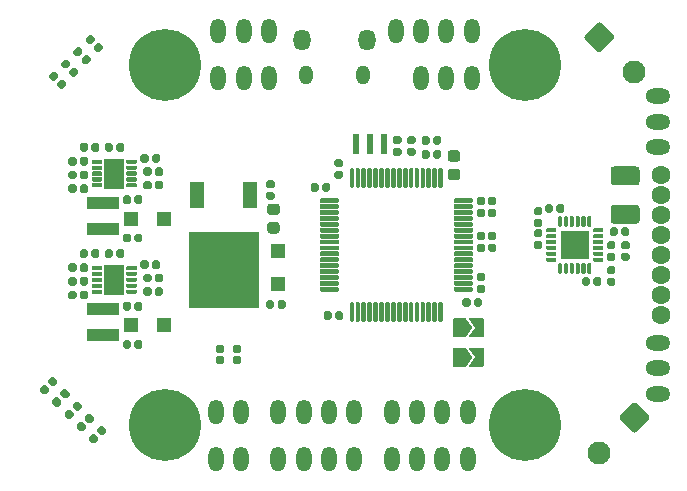
<source format=gbs>
%TF.GenerationSoftware,KiCad,Pcbnew,(5.1.6-0-10_14)*%
%TF.CreationDate,2021-11-15T11:18:40-05:00*%
%TF.ProjectId,Autodrone,4175746f-6472-46f6-9e65-2e6b69636164,rev?*%
%TF.SameCoordinates,Original*%
%TF.FileFunction,Soldermask,Bot*%
%TF.FilePolarity,Negative*%
%FSLAX46Y46*%
G04 Gerber Fmt 4.6, Leading zero omitted, Abs format (unit mm)*
G04 Created by KiCad (PCBNEW (5.1.6-0-10_14)) date 2021-11-15 11:18:40*
%MOMM*%
%LPD*%
G01*
G04 APERTURE LIST*
%ADD10C,1.951600*%
%ADD11O,2.101600X1.301600*%
%ADD12R,1.201600X1.201600*%
%ADD13R,2.451600X2.451600*%
%ADD14O,1.301600X2.101600*%
%ADD15R,0.501600X1.701600*%
%ADD16R,5.901600X6.501600*%
%ADD17R,1.301600X2.301600*%
%ADD18R,1.801600X2.601600*%
%ADD19C,0.100000*%
%ADD20R,2.801600X1.101600*%
%ADD21C,1.601600*%
%ADD22O,1.451600X1.801600*%
%ADD23O,1.201600X1.601600*%
%ADD24C,6.101600*%
G04 APERTURE END LIST*
D10*
%TO.C,J11*%
X121084924Y-76984924D03*
G36*
G01*
X116921571Y-73828591D02*
X117928591Y-72821571D01*
G75*
G02*
X118301561Y-72821571I186485J-186485D01*
G01*
X119308581Y-73828591D01*
G75*
G02*
X119308581Y-74201561I-186485J-186485D01*
G01*
X118301561Y-75208581D01*
G75*
G02*
X117928591Y-75208581I-186485J186485D01*
G01*
X116921571Y-74201561D01*
G75*
G02*
X116921571Y-73828591I186485J186485D01*
G01*
G37*
%TD*%
%TO.C,J14*%
X118115076Y-109184924D03*
G36*
G01*
X121271409Y-105021571D02*
X122278429Y-106028591D01*
G75*
G02*
X122278429Y-106401561I-186485J-186485D01*
G01*
X121271409Y-107408581D01*
G75*
G02*
X120898439Y-107408581I-186485J186485D01*
G01*
X119891419Y-106401561D01*
G75*
G02*
X119891419Y-106028591I186485J186485D01*
G01*
X120898439Y-105021571D01*
G75*
G02*
X121271409Y-105021571I186485J-186485D01*
G01*
G37*
%TD*%
D11*
%TO.C,J17*%
X123080000Y-102050000D03*
X123080000Y-99900000D03*
X123080000Y-104200000D03*
%TD*%
%TO.C,J13*%
X123080000Y-81150000D03*
X123080000Y-79000000D03*
X123080000Y-83300000D03*
%TD*%
D12*
%TO.C,D3*%
X90910000Y-94910000D03*
X90910000Y-92110000D03*
%TD*%
%TO.C,C24*%
G36*
G01*
X121248867Y-86555800D02*
X119331133Y-86555800D01*
G75*
G02*
X119064200Y-86288867I0J266933D01*
G01*
X119064200Y-85221133D01*
G75*
G02*
X119331133Y-84954200I266933J0D01*
G01*
X121248867Y-84954200D01*
G75*
G02*
X121515800Y-85221133I0J-266933D01*
G01*
X121515800Y-86288867D01*
G75*
G02*
X121248867Y-86555800I-266933J0D01*
G01*
G37*
G36*
G01*
X121248867Y-89805800D02*
X119331133Y-89805800D01*
G75*
G02*
X119064200Y-89538867I0J266933D01*
G01*
X119064200Y-88471133D01*
G75*
G02*
X119331133Y-88204200I266933J0D01*
G01*
X121248867Y-88204200D01*
G75*
G02*
X121515800Y-88471133I0J-266933D01*
G01*
X121515800Y-89538867D01*
G75*
G02*
X121248867Y-89805800I-266933J0D01*
G01*
G37*
%TD*%
D13*
%TO.C,U7*%
X116020000Y-91600000D03*
G36*
G01*
X113682100Y-90174200D02*
X114382900Y-90174200D01*
G75*
G02*
X114470800Y-90262100I0J-87900D01*
G01*
X114470800Y-90437900D01*
G75*
G02*
X114382900Y-90525800I-87900J0D01*
G01*
X113682100Y-90525800D01*
G75*
G02*
X113594200Y-90437900I0J87900D01*
G01*
X113594200Y-90262100D01*
G75*
G02*
X113682100Y-90174200I87900J0D01*
G01*
G37*
G36*
G01*
X113682100Y-90674200D02*
X114382900Y-90674200D01*
G75*
G02*
X114470800Y-90762100I0J-87900D01*
G01*
X114470800Y-90937900D01*
G75*
G02*
X114382900Y-91025800I-87900J0D01*
G01*
X113682100Y-91025800D01*
G75*
G02*
X113594200Y-90937900I0J87900D01*
G01*
X113594200Y-90762100D01*
G75*
G02*
X113682100Y-90674200I87900J0D01*
G01*
G37*
G36*
G01*
X113682100Y-91174200D02*
X114382900Y-91174200D01*
G75*
G02*
X114470800Y-91262100I0J-87900D01*
G01*
X114470800Y-91437900D01*
G75*
G02*
X114382900Y-91525800I-87900J0D01*
G01*
X113682100Y-91525800D01*
G75*
G02*
X113594200Y-91437900I0J87900D01*
G01*
X113594200Y-91262100D01*
G75*
G02*
X113682100Y-91174200I87900J0D01*
G01*
G37*
G36*
G01*
X113682100Y-91674200D02*
X114382900Y-91674200D01*
G75*
G02*
X114470800Y-91762100I0J-87900D01*
G01*
X114470800Y-91937900D01*
G75*
G02*
X114382900Y-92025800I-87900J0D01*
G01*
X113682100Y-92025800D01*
G75*
G02*
X113594200Y-91937900I0J87900D01*
G01*
X113594200Y-91762100D01*
G75*
G02*
X113682100Y-91674200I87900J0D01*
G01*
G37*
G36*
G01*
X113682100Y-92174200D02*
X114382900Y-92174200D01*
G75*
G02*
X114470800Y-92262100I0J-87900D01*
G01*
X114470800Y-92437900D01*
G75*
G02*
X114382900Y-92525800I-87900J0D01*
G01*
X113682100Y-92525800D01*
G75*
G02*
X113594200Y-92437900I0J87900D01*
G01*
X113594200Y-92262100D01*
G75*
G02*
X113682100Y-92174200I87900J0D01*
G01*
G37*
G36*
G01*
X113682100Y-92674200D02*
X114382900Y-92674200D01*
G75*
G02*
X114470800Y-92762100I0J-87900D01*
G01*
X114470800Y-92937900D01*
G75*
G02*
X114382900Y-93025800I-87900J0D01*
G01*
X113682100Y-93025800D01*
G75*
G02*
X113594200Y-92937900I0J87900D01*
G01*
X113594200Y-92762100D01*
G75*
G02*
X113682100Y-92674200I87900J0D01*
G01*
G37*
G36*
G01*
X114682100Y-93149200D02*
X114857900Y-93149200D01*
G75*
G02*
X114945800Y-93237100I0J-87900D01*
G01*
X114945800Y-93937900D01*
G75*
G02*
X114857900Y-94025800I-87900J0D01*
G01*
X114682100Y-94025800D01*
G75*
G02*
X114594200Y-93937900I0J87900D01*
G01*
X114594200Y-93237100D01*
G75*
G02*
X114682100Y-93149200I87900J0D01*
G01*
G37*
G36*
G01*
X115182100Y-93149200D02*
X115357900Y-93149200D01*
G75*
G02*
X115445800Y-93237100I0J-87900D01*
G01*
X115445800Y-93937900D01*
G75*
G02*
X115357900Y-94025800I-87900J0D01*
G01*
X115182100Y-94025800D01*
G75*
G02*
X115094200Y-93937900I0J87900D01*
G01*
X115094200Y-93237100D01*
G75*
G02*
X115182100Y-93149200I87900J0D01*
G01*
G37*
G36*
G01*
X115682100Y-93149200D02*
X115857900Y-93149200D01*
G75*
G02*
X115945800Y-93237100I0J-87900D01*
G01*
X115945800Y-93937900D01*
G75*
G02*
X115857900Y-94025800I-87900J0D01*
G01*
X115682100Y-94025800D01*
G75*
G02*
X115594200Y-93937900I0J87900D01*
G01*
X115594200Y-93237100D01*
G75*
G02*
X115682100Y-93149200I87900J0D01*
G01*
G37*
G36*
G01*
X116182100Y-93149200D02*
X116357900Y-93149200D01*
G75*
G02*
X116445800Y-93237100I0J-87900D01*
G01*
X116445800Y-93937900D01*
G75*
G02*
X116357900Y-94025800I-87900J0D01*
G01*
X116182100Y-94025800D01*
G75*
G02*
X116094200Y-93937900I0J87900D01*
G01*
X116094200Y-93237100D01*
G75*
G02*
X116182100Y-93149200I87900J0D01*
G01*
G37*
G36*
G01*
X116682100Y-93149200D02*
X116857900Y-93149200D01*
G75*
G02*
X116945800Y-93237100I0J-87900D01*
G01*
X116945800Y-93937900D01*
G75*
G02*
X116857900Y-94025800I-87900J0D01*
G01*
X116682100Y-94025800D01*
G75*
G02*
X116594200Y-93937900I0J87900D01*
G01*
X116594200Y-93237100D01*
G75*
G02*
X116682100Y-93149200I87900J0D01*
G01*
G37*
G36*
G01*
X117182100Y-93149200D02*
X117357900Y-93149200D01*
G75*
G02*
X117445800Y-93237100I0J-87900D01*
G01*
X117445800Y-93937900D01*
G75*
G02*
X117357900Y-94025800I-87900J0D01*
G01*
X117182100Y-94025800D01*
G75*
G02*
X117094200Y-93937900I0J87900D01*
G01*
X117094200Y-93237100D01*
G75*
G02*
X117182100Y-93149200I87900J0D01*
G01*
G37*
G36*
G01*
X117657100Y-92674200D02*
X118357900Y-92674200D01*
G75*
G02*
X118445800Y-92762100I0J-87900D01*
G01*
X118445800Y-92937900D01*
G75*
G02*
X118357900Y-93025800I-87900J0D01*
G01*
X117657100Y-93025800D01*
G75*
G02*
X117569200Y-92937900I0J87900D01*
G01*
X117569200Y-92762100D01*
G75*
G02*
X117657100Y-92674200I87900J0D01*
G01*
G37*
G36*
G01*
X117657100Y-92174200D02*
X118357900Y-92174200D01*
G75*
G02*
X118445800Y-92262100I0J-87900D01*
G01*
X118445800Y-92437900D01*
G75*
G02*
X118357900Y-92525800I-87900J0D01*
G01*
X117657100Y-92525800D01*
G75*
G02*
X117569200Y-92437900I0J87900D01*
G01*
X117569200Y-92262100D01*
G75*
G02*
X117657100Y-92174200I87900J0D01*
G01*
G37*
G36*
G01*
X117657100Y-91674200D02*
X118357900Y-91674200D01*
G75*
G02*
X118445800Y-91762100I0J-87900D01*
G01*
X118445800Y-91937900D01*
G75*
G02*
X118357900Y-92025800I-87900J0D01*
G01*
X117657100Y-92025800D01*
G75*
G02*
X117569200Y-91937900I0J87900D01*
G01*
X117569200Y-91762100D01*
G75*
G02*
X117657100Y-91674200I87900J0D01*
G01*
G37*
G36*
G01*
X117657100Y-91174200D02*
X118357900Y-91174200D01*
G75*
G02*
X118445800Y-91262100I0J-87900D01*
G01*
X118445800Y-91437900D01*
G75*
G02*
X118357900Y-91525800I-87900J0D01*
G01*
X117657100Y-91525800D01*
G75*
G02*
X117569200Y-91437900I0J87900D01*
G01*
X117569200Y-91262100D01*
G75*
G02*
X117657100Y-91174200I87900J0D01*
G01*
G37*
G36*
G01*
X117657100Y-90674200D02*
X118357900Y-90674200D01*
G75*
G02*
X118445800Y-90762100I0J-87900D01*
G01*
X118445800Y-90937900D01*
G75*
G02*
X118357900Y-91025800I-87900J0D01*
G01*
X117657100Y-91025800D01*
G75*
G02*
X117569200Y-90937900I0J87900D01*
G01*
X117569200Y-90762100D01*
G75*
G02*
X117657100Y-90674200I87900J0D01*
G01*
G37*
G36*
G01*
X117657100Y-90174200D02*
X118357900Y-90174200D01*
G75*
G02*
X118445800Y-90262100I0J-87900D01*
G01*
X118445800Y-90437900D01*
G75*
G02*
X118357900Y-90525800I-87900J0D01*
G01*
X117657100Y-90525800D01*
G75*
G02*
X117569200Y-90437900I0J87900D01*
G01*
X117569200Y-90262100D01*
G75*
G02*
X117657100Y-90174200I87900J0D01*
G01*
G37*
G36*
G01*
X117182100Y-89174200D02*
X117357900Y-89174200D01*
G75*
G02*
X117445800Y-89262100I0J-87900D01*
G01*
X117445800Y-89962900D01*
G75*
G02*
X117357900Y-90050800I-87900J0D01*
G01*
X117182100Y-90050800D01*
G75*
G02*
X117094200Y-89962900I0J87900D01*
G01*
X117094200Y-89262100D01*
G75*
G02*
X117182100Y-89174200I87900J0D01*
G01*
G37*
G36*
G01*
X116682100Y-89174200D02*
X116857900Y-89174200D01*
G75*
G02*
X116945800Y-89262100I0J-87900D01*
G01*
X116945800Y-89962900D01*
G75*
G02*
X116857900Y-90050800I-87900J0D01*
G01*
X116682100Y-90050800D01*
G75*
G02*
X116594200Y-89962900I0J87900D01*
G01*
X116594200Y-89262100D01*
G75*
G02*
X116682100Y-89174200I87900J0D01*
G01*
G37*
G36*
G01*
X116182100Y-89174200D02*
X116357900Y-89174200D01*
G75*
G02*
X116445800Y-89262100I0J-87900D01*
G01*
X116445800Y-89962900D01*
G75*
G02*
X116357900Y-90050800I-87900J0D01*
G01*
X116182100Y-90050800D01*
G75*
G02*
X116094200Y-89962900I0J87900D01*
G01*
X116094200Y-89262100D01*
G75*
G02*
X116182100Y-89174200I87900J0D01*
G01*
G37*
G36*
G01*
X115682100Y-89174200D02*
X115857900Y-89174200D01*
G75*
G02*
X115945800Y-89262100I0J-87900D01*
G01*
X115945800Y-89962900D01*
G75*
G02*
X115857900Y-90050800I-87900J0D01*
G01*
X115682100Y-90050800D01*
G75*
G02*
X115594200Y-89962900I0J87900D01*
G01*
X115594200Y-89262100D01*
G75*
G02*
X115682100Y-89174200I87900J0D01*
G01*
G37*
G36*
G01*
X115182100Y-89174200D02*
X115357900Y-89174200D01*
G75*
G02*
X115445800Y-89262100I0J-87900D01*
G01*
X115445800Y-89962900D01*
G75*
G02*
X115357900Y-90050800I-87900J0D01*
G01*
X115182100Y-90050800D01*
G75*
G02*
X115094200Y-89962900I0J87900D01*
G01*
X115094200Y-89262100D01*
G75*
G02*
X115182100Y-89174200I87900J0D01*
G01*
G37*
G36*
G01*
X114682100Y-89174200D02*
X114857900Y-89174200D01*
G75*
G02*
X114945800Y-89262100I0J-87900D01*
G01*
X114945800Y-89962900D01*
G75*
G02*
X114857900Y-90050800I-87900J0D01*
G01*
X114682100Y-90050800D01*
G75*
G02*
X114594200Y-89962900I0J87900D01*
G01*
X114594200Y-89262100D01*
G75*
G02*
X114682100Y-89174200I87900J0D01*
G01*
G37*
%TD*%
D14*
%TO.C,J3*%
X105170000Y-77500000D03*
X103020000Y-77500000D03*
X107320000Y-77500000D03*
%TD*%
%TO.C,J12*%
X87990000Y-77500000D03*
X85840000Y-77500000D03*
X90140000Y-77500000D03*
%TD*%
%TO.C,J15*%
X87994999Y-73500000D03*
X85844999Y-73500000D03*
X90144999Y-73500000D03*
%TD*%
%TO.C,J16*%
X87785000Y-109700000D03*
X85635000Y-109700000D03*
%TD*%
%TO.C,J10*%
X87785000Y-105700000D03*
X85635000Y-105700000D03*
%TD*%
%TO.C,J2*%
X106980000Y-105700000D03*
X102680000Y-105700000D03*
X104830000Y-105700000D03*
X100530000Y-105700000D03*
%TD*%
%TO.C,J8*%
X97380000Y-105700000D03*
X93080000Y-105700000D03*
X95230000Y-105700000D03*
X90930000Y-105700000D03*
%TD*%
%TO.C,J9*%
X100870000Y-73500000D03*
X105170000Y-73500000D03*
X103020000Y-73500000D03*
X107320000Y-73500000D03*
%TD*%
%TO.C,J1*%
X97380000Y-109700000D03*
X93080000Y-109700000D03*
X95230000Y-109700000D03*
X90930000Y-109700000D03*
%TD*%
%TO.C,J7*%
X106980000Y-109700000D03*
X102680000Y-109700000D03*
X104830000Y-109700000D03*
X100530000Y-109700000D03*
%TD*%
D15*
%TO.C,Y2*%
X99870000Y-83090000D03*
X98670000Y-83090000D03*
X97470000Y-83090000D03*
%TD*%
%TO.C,R35*%
G36*
G01*
X72213796Y-77890134D02*
X72490134Y-77613796D01*
G75*
G02*
X72731116Y-77613796I120491J-120491D01*
G01*
X72972098Y-77854778D01*
G75*
G02*
X72972098Y-78095760I-120491J-120491D01*
G01*
X72695760Y-78372098D01*
G75*
G02*
X72454778Y-78372098I-120491J120491D01*
G01*
X72213796Y-78131116D01*
G75*
G02*
X72213796Y-77890134I120491J120491D01*
G01*
G37*
G36*
G01*
X71527902Y-77204240D02*
X71804240Y-76927902D01*
G75*
G02*
X72045222Y-76927902I120491J-120491D01*
G01*
X72286204Y-77168884D01*
G75*
G02*
X72286204Y-77409866I-120491J-120491D01*
G01*
X72009866Y-77686204D01*
G75*
G02*
X71768884Y-77686204I-120491J120491D01*
G01*
X71527902Y-77445222D01*
G75*
G02*
X71527902Y-77204240I120491J120491D01*
G01*
G37*
%TD*%
%TO.C,R33*%
G36*
G01*
X73243796Y-76860134D02*
X73520134Y-76583796D01*
G75*
G02*
X73761116Y-76583796I120491J-120491D01*
G01*
X74002098Y-76824778D01*
G75*
G02*
X74002098Y-77065760I-120491J-120491D01*
G01*
X73725760Y-77342098D01*
G75*
G02*
X73484778Y-77342098I-120491J120491D01*
G01*
X73243796Y-77101116D01*
G75*
G02*
X73243796Y-76860134I120491J120491D01*
G01*
G37*
G36*
G01*
X72557902Y-76174240D02*
X72834240Y-75897902D01*
G75*
G02*
X73075222Y-75897902I120491J-120491D01*
G01*
X73316204Y-76138884D01*
G75*
G02*
X73316204Y-76379866I-120491J-120491D01*
G01*
X73039866Y-76656204D01*
G75*
G02*
X72798884Y-76656204I-120491J120491D01*
G01*
X72557902Y-76415222D01*
G75*
G02*
X72557902Y-76174240I120491J120491D01*
G01*
G37*
%TD*%
%TO.C,R31*%
G36*
G01*
X74273796Y-75830134D02*
X74550134Y-75553796D01*
G75*
G02*
X74791116Y-75553796I120491J-120491D01*
G01*
X75032098Y-75794778D01*
G75*
G02*
X75032098Y-76035760I-120491J-120491D01*
G01*
X74755760Y-76312098D01*
G75*
G02*
X74514778Y-76312098I-120491J120491D01*
G01*
X74273796Y-76071116D01*
G75*
G02*
X74273796Y-75830134I120491J120491D01*
G01*
G37*
G36*
G01*
X73587902Y-75144240D02*
X73864240Y-74867902D01*
G75*
G02*
X74105222Y-74867902I120491J-120491D01*
G01*
X74346204Y-75108884D01*
G75*
G02*
X74346204Y-75349866I-120491J-120491D01*
G01*
X74069866Y-75626204D01*
G75*
G02*
X73828884Y-75626204I-120491J120491D01*
G01*
X73587902Y-75385222D01*
G75*
G02*
X73587902Y-75144240I120491J120491D01*
G01*
G37*
%TD*%
%TO.C,R27*%
G36*
G01*
X75313796Y-74790134D02*
X75590134Y-74513796D01*
G75*
G02*
X75831116Y-74513796I120491J-120491D01*
G01*
X76072098Y-74754778D01*
G75*
G02*
X76072098Y-74995760I-120491J-120491D01*
G01*
X75795760Y-75272098D01*
G75*
G02*
X75554778Y-75272098I-120491J120491D01*
G01*
X75313796Y-75031116D01*
G75*
G02*
X75313796Y-74790134I120491J120491D01*
G01*
G37*
G36*
G01*
X74627902Y-74104240D02*
X74904240Y-73827902D01*
G75*
G02*
X75145222Y-73827902I120491J-120491D01*
G01*
X75386204Y-74068884D01*
G75*
G02*
X75386204Y-74309866I-120491J-120491D01*
G01*
X75109866Y-74586204D01*
G75*
G02*
X74868884Y-74586204I-120491J120491D01*
G01*
X74627902Y-74345222D01*
G75*
G02*
X74627902Y-74104240I120491J120491D01*
G01*
G37*
%TD*%
D16*
%TO.C,U3*%
X86290000Y-93679999D03*
D17*
X88570000Y-87379999D03*
X84010000Y-87379999D03*
%TD*%
%TO.C,C14*%
G36*
G01*
X90864200Y-96835400D02*
X90864200Y-96444600D01*
G75*
G02*
X91034600Y-96274200I170400J0D01*
G01*
X91375400Y-96274200D01*
G75*
G02*
X91545800Y-96444600I0J-170400D01*
G01*
X91545800Y-96835400D01*
G75*
G02*
X91375400Y-97005800I-170400J0D01*
G01*
X91034600Y-97005800D01*
G75*
G02*
X90864200Y-96835400I0J170400D01*
G01*
G37*
G36*
G01*
X89894200Y-96835400D02*
X89894200Y-96444600D01*
G75*
G02*
X90064600Y-96274200I170400J0D01*
G01*
X90405400Y-96274200D01*
G75*
G02*
X90575800Y-96444600I0J-170400D01*
G01*
X90575800Y-96835400D01*
G75*
G02*
X90405400Y-97005800I-170400J0D01*
G01*
X90064600Y-97005800D01*
G75*
G02*
X89894200Y-96835400I0J170400D01*
G01*
G37*
%TD*%
%TO.C,C13*%
G36*
G01*
X90455400Y-86815800D02*
X90064600Y-86815800D01*
G75*
G02*
X89894200Y-86645400I0J170400D01*
G01*
X89894200Y-86304600D01*
G75*
G02*
X90064600Y-86134200I170400J0D01*
G01*
X90455400Y-86134200D01*
G75*
G02*
X90625800Y-86304600I0J-170400D01*
G01*
X90625800Y-86645400D01*
G75*
G02*
X90455400Y-86815800I-170400J0D01*
G01*
G37*
G36*
G01*
X90455400Y-87785800D02*
X90064600Y-87785800D01*
G75*
G02*
X89894200Y-87615400I0J170400D01*
G01*
X89894200Y-87274600D01*
G75*
G02*
X90064600Y-87104200I170400J0D01*
G01*
X90455400Y-87104200D01*
G75*
G02*
X90625800Y-87274600I0J-170400D01*
G01*
X90625800Y-87615400D01*
G75*
G02*
X90455400Y-87785800I-170400J0D01*
G01*
G37*
%TD*%
D18*
%TO.C,U1*%
X77040000Y-94550000D03*
G36*
G01*
X78039200Y-95637900D02*
X78039200Y-95462100D01*
G75*
G02*
X78127100Y-95374200I87900J0D01*
G01*
X78877900Y-95374200D01*
G75*
G02*
X78965800Y-95462100I0J-87900D01*
G01*
X78965800Y-95637900D01*
G75*
G02*
X78877900Y-95725800I-87900J0D01*
G01*
X78127100Y-95725800D01*
G75*
G02*
X78039200Y-95637900I0J87900D01*
G01*
G37*
G36*
G01*
X78039200Y-95137900D02*
X78039200Y-94962100D01*
G75*
G02*
X78127100Y-94874200I87900J0D01*
G01*
X78877900Y-94874200D01*
G75*
G02*
X78965800Y-94962100I0J-87900D01*
G01*
X78965800Y-95137900D01*
G75*
G02*
X78877900Y-95225800I-87900J0D01*
G01*
X78127100Y-95225800D01*
G75*
G02*
X78039200Y-95137900I0J87900D01*
G01*
G37*
G36*
G01*
X78039200Y-94637900D02*
X78039200Y-94462100D01*
G75*
G02*
X78127100Y-94374200I87900J0D01*
G01*
X78877900Y-94374200D01*
G75*
G02*
X78965800Y-94462100I0J-87900D01*
G01*
X78965800Y-94637900D01*
G75*
G02*
X78877900Y-94725800I-87900J0D01*
G01*
X78127100Y-94725800D01*
G75*
G02*
X78039200Y-94637900I0J87900D01*
G01*
G37*
G36*
G01*
X78039200Y-94137900D02*
X78039200Y-93962100D01*
G75*
G02*
X78127100Y-93874200I87900J0D01*
G01*
X78877900Y-93874200D01*
G75*
G02*
X78965800Y-93962100I0J-87900D01*
G01*
X78965800Y-94137900D01*
G75*
G02*
X78877900Y-94225800I-87900J0D01*
G01*
X78127100Y-94225800D01*
G75*
G02*
X78039200Y-94137900I0J87900D01*
G01*
G37*
G36*
G01*
X78039200Y-93637900D02*
X78039200Y-93462100D01*
G75*
G02*
X78127100Y-93374200I87900J0D01*
G01*
X78877900Y-93374200D01*
G75*
G02*
X78965800Y-93462100I0J-87900D01*
G01*
X78965800Y-93637900D01*
G75*
G02*
X78877900Y-93725800I-87900J0D01*
G01*
X78127100Y-93725800D01*
G75*
G02*
X78039200Y-93637900I0J87900D01*
G01*
G37*
G36*
G01*
X75114200Y-93637900D02*
X75114200Y-93462100D01*
G75*
G02*
X75202100Y-93374200I87900J0D01*
G01*
X75952900Y-93374200D01*
G75*
G02*
X76040800Y-93462100I0J-87900D01*
G01*
X76040800Y-93637900D01*
G75*
G02*
X75952900Y-93725800I-87900J0D01*
G01*
X75202100Y-93725800D01*
G75*
G02*
X75114200Y-93637900I0J87900D01*
G01*
G37*
G36*
G01*
X75114200Y-94137900D02*
X75114200Y-93962100D01*
G75*
G02*
X75202100Y-93874200I87900J0D01*
G01*
X75952900Y-93874200D01*
G75*
G02*
X76040800Y-93962100I0J-87900D01*
G01*
X76040800Y-94137900D01*
G75*
G02*
X75952900Y-94225800I-87900J0D01*
G01*
X75202100Y-94225800D01*
G75*
G02*
X75114200Y-94137900I0J87900D01*
G01*
G37*
G36*
G01*
X75114200Y-94637900D02*
X75114200Y-94462100D01*
G75*
G02*
X75202100Y-94374200I87900J0D01*
G01*
X75952900Y-94374200D01*
G75*
G02*
X76040800Y-94462100I0J-87900D01*
G01*
X76040800Y-94637900D01*
G75*
G02*
X75952900Y-94725800I-87900J0D01*
G01*
X75202100Y-94725800D01*
G75*
G02*
X75114200Y-94637900I0J87900D01*
G01*
G37*
G36*
G01*
X75114200Y-95137900D02*
X75114200Y-94962100D01*
G75*
G02*
X75202100Y-94874200I87900J0D01*
G01*
X75952900Y-94874200D01*
G75*
G02*
X76040800Y-94962100I0J-87900D01*
G01*
X76040800Y-95137900D01*
G75*
G02*
X75952900Y-95225800I-87900J0D01*
G01*
X75202100Y-95225800D01*
G75*
G02*
X75114200Y-95137900I0J87900D01*
G01*
G37*
G36*
G01*
X75114200Y-95637900D02*
X75114200Y-95462100D01*
G75*
G02*
X75202100Y-95374200I87900J0D01*
G01*
X75952900Y-95374200D01*
G75*
G02*
X76040800Y-95462100I0J-87900D01*
G01*
X76040800Y-95637900D01*
G75*
G02*
X75952900Y-95725800I-87900J0D01*
G01*
X75202100Y-95725800D01*
G75*
G02*
X75114200Y-95637900I0J87900D01*
G01*
G37*
%TD*%
%TO.C,U2*%
X77040000Y-85550000D03*
G36*
G01*
X78039200Y-86637900D02*
X78039200Y-86462100D01*
G75*
G02*
X78127100Y-86374200I87900J0D01*
G01*
X78877900Y-86374200D01*
G75*
G02*
X78965800Y-86462100I0J-87900D01*
G01*
X78965800Y-86637900D01*
G75*
G02*
X78877900Y-86725800I-87900J0D01*
G01*
X78127100Y-86725800D01*
G75*
G02*
X78039200Y-86637900I0J87900D01*
G01*
G37*
G36*
G01*
X78039200Y-86137900D02*
X78039200Y-85962100D01*
G75*
G02*
X78127100Y-85874200I87900J0D01*
G01*
X78877900Y-85874200D01*
G75*
G02*
X78965800Y-85962100I0J-87900D01*
G01*
X78965800Y-86137900D01*
G75*
G02*
X78877900Y-86225800I-87900J0D01*
G01*
X78127100Y-86225800D01*
G75*
G02*
X78039200Y-86137900I0J87900D01*
G01*
G37*
G36*
G01*
X78039200Y-85637900D02*
X78039200Y-85462100D01*
G75*
G02*
X78127100Y-85374200I87900J0D01*
G01*
X78877900Y-85374200D01*
G75*
G02*
X78965800Y-85462100I0J-87900D01*
G01*
X78965800Y-85637900D01*
G75*
G02*
X78877900Y-85725800I-87900J0D01*
G01*
X78127100Y-85725800D01*
G75*
G02*
X78039200Y-85637900I0J87900D01*
G01*
G37*
G36*
G01*
X78039200Y-85137900D02*
X78039200Y-84962100D01*
G75*
G02*
X78127100Y-84874200I87900J0D01*
G01*
X78877900Y-84874200D01*
G75*
G02*
X78965800Y-84962100I0J-87900D01*
G01*
X78965800Y-85137900D01*
G75*
G02*
X78877900Y-85225800I-87900J0D01*
G01*
X78127100Y-85225800D01*
G75*
G02*
X78039200Y-85137900I0J87900D01*
G01*
G37*
G36*
G01*
X78039200Y-84637900D02*
X78039200Y-84462100D01*
G75*
G02*
X78127100Y-84374200I87900J0D01*
G01*
X78877900Y-84374200D01*
G75*
G02*
X78965800Y-84462100I0J-87900D01*
G01*
X78965800Y-84637900D01*
G75*
G02*
X78877900Y-84725800I-87900J0D01*
G01*
X78127100Y-84725800D01*
G75*
G02*
X78039200Y-84637900I0J87900D01*
G01*
G37*
G36*
G01*
X75114200Y-84637900D02*
X75114200Y-84462100D01*
G75*
G02*
X75202100Y-84374200I87900J0D01*
G01*
X75952900Y-84374200D01*
G75*
G02*
X76040800Y-84462100I0J-87900D01*
G01*
X76040800Y-84637900D01*
G75*
G02*
X75952900Y-84725800I-87900J0D01*
G01*
X75202100Y-84725800D01*
G75*
G02*
X75114200Y-84637900I0J87900D01*
G01*
G37*
G36*
G01*
X75114200Y-85137900D02*
X75114200Y-84962100D01*
G75*
G02*
X75202100Y-84874200I87900J0D01*
G01*
X75952900Y-84874200D01*
G75*
G02*
X76040800Y-84962100I0J-87900D01*
G01*
X76040800Y-85137900D01*
G75*
G02*
X75952900Y-85225800I-87900J0D01*
G01*
X75202100Y-85225800D01*
G75*
G02*
X75114200Y-85137900I0J87900D01*
G01*
G37*
G36*
G01*
X75114200Y-85637900D02*
X75114200Y-85462100D01*
G75*
G02*
X75202100Y-85374200I87900J0D01*
G01*
X75952900Y-85374200D01*
G75*
G02*
X76040800Y-85462100I0J-87900D01*
G01*
X76040800Y-85637900D01*
G75*
G02*
X75952900Y-85725800I-87900J0D01*
G01*
X75202100Y-85725800D01*
G75*
G02*
X75114200Y-85637900I0J87900D01*
G01*
G37*
G36*
G01*
X75114200Y-86137900D02*
X75114200Y-85962100D01*
G75*
G02*
X75202100Y-85874200I87900J0D01*
G01*
X75952900Y-85874200D01*
G75*
G02*
X76040800Y-85962100I0J-87900D01*
G01*
X76040800Y-86137900D01*
G75*
G02*
X75952900Y-86225800I-87900J0D01*
G01*
X75202100Y-86225800D01*
G75*
G02*
X75114200Y-86137900I0J87900D01*
G01*
G37*
G36*
G01*
X75114200Y-86637900D02*
X75114200Y-86462100D01*
G75*
G02*
X75202100Y-86374200I87900J0D01*
G01*
X75952900Y-86374200D01*
G75*
G02*
X76040800Y-86462100I0J-87900D01*
G01*
X76040800Y-86637900D01*
G75*
G02*
X75952900Y-86725800I-87900J0D01*
G01*
X75202100Y-86725800D01*
G75*
G02*
X75114200Y-86637900I0J87900D01*
G01*
G37*
%TD*%
D19*
%TO.C,JP2*%
G36*
X106814911Y-97810176D02*
G01*
X106824440Y-97813067D01*
X106833223Y-97817761D01*
X106840921Y-97824079D01*
X106847268Y-97831821D01*
X107347268Y-98581821D01*
X107351953Y-98590609D01*
X107354834Y-98600142D01*
X107355800Y-98610053D01*
X107354813Y-98619963D01*
X107351913Y-98629489D01*
X107347268Y-98638179D01*
X106847268Y-99388179D01*
X106840959Y-99395883D01*
X106833267Y-99402209D01*
X106824489Y-99406913D01*
X106814963Y-99409813D01*
X106805000Y-99410800D01*
X105805000Y-99410800D01*
X105795089Y-99409824D01*
X105785560Y-99406933D01*
X105776777Y-99402239D01*
X105769079Y-99395921D01*
X105762761Y-99388223D01*
X105758067Y-99379440D01*
X105755176Y-99369911D01*
X105754200Y-99360000D01*
X105754200Y-97860000D01*
X105755176Y-97850089D01*
X105758067Y-97840560D01*
X105762761Y-97831777D01*
X105769079Y-97824079D01*
X105776777Y-97817761D01*
X105785560Y-97813067D01*
X105795089Y-97810176D01*
X105805000Y-97809200D01*
X106805000Y-97809200D01*
X106814911Y-97810176D01*
G37*
G36*
X108264911Y-97810176D02*
G01*
X108274440Y-97813067D01*
X108283223Y-97817761D01*
X108290921Y-97824079D01*
X108297239Y-97831777D01*
X108301933Y-97840560D01*
X108304824Y-97850089D01*
X108305800Y-97860000D01*
X108305800Y-99360000D01*
X108304824Y-99369911D01*
X108301933Y-99379440D01*
X108297239Y-99388223D01*
X108290921Y-99395921D01*
X108283223Y-99402239D01*
X108274440Y-99406933D01*
X108264911Y-99409824D01*
X108255000Y-99410800D01*
X107105000Y-99410800D01*
X107095089Y-99409824D01*
X107085560Y-99406933D01*
X107076777Y-99402239D01*
X107069079Y-99395921D01*
X107062761Y-99388223D01*
X107058067Y-99379440D01*
X107055176Y-99369911D01*
X107054200Y-99360000D01*
X107055176Y-99350089D01*
X107058067Y-99340560D01*
X107062732Y-99331821D01*
X107543946Y-98610000D01*
X107062732Y-97888179D01*
X107058047Y-97879391D01*
X107055166Y-97869858D01*
X107054200Y-97859947D01*
X107055187Y-97850037D01*
X107058087Y-97840511D01*
X107062791Y-97831733D01*
X107069117Y-97824041D01*
X107076821Y-97817732D01*
X107085609Y-97813047D01*
X107095142Y-97810166D01*
X107105000Y-97809200D01*
X108255000Y-97809200D01*
X108264911Y-97810176D01*
G37*
%TD*%
%TO.C,JP1*%
G36*
X106814912Y-100310176D02*
G01*
X106824441Y-100313067D01*
X106833224Y-100317761D01*
X106840922Y-100324079D01*
X106847269Y-100331821D01*
X107347269Y-101081821D01*
X107351954Y-101090609D01*
X107354835Y-101100142D01*
X107355801Y-101110053D01*
X107354814Y-101119963D01*
X107351914Y-101129489D01*
X107347269Y-101138179D01*
X106847269Y-101888179D01*
X106840960Y-101895883D01*
X106833268Y-101902209D01*
X106824490Y-101906913D01*
X106814964Y-101909813D01*
X106805001Y-101910800D01*
X105805001Y-101910800D01*
X105795090Y-101909824D01*
X105785561Y-101906933D01*
X105776778Y-101902239D01*
X105769080Y-101895921D01*
X105762762Y-101888223D01*
X105758068Y-101879440D01*
X105755177Y-101869911D01*
X105754201Y-101860000D01*
X105754201Y-100360000D01*
X105755177Y-100350089D01*
X105758068Y-100340560D01*
X105762762Y-100331777D01*
X105769080Y-100324079D01*
X105776778Y-100317761D01*
X105785561Y-100313067D01*
X105795090Y-100310176D01*
X105805001Y-100309200D01*
X106805001Y-100309200D01*
X106814912Y-100310176D01*
G37*
G36*
X108264912Y-100310176D02*
G01*
X108274441Y-100313067D01*
X108283224Y-100317761D01*
X108290922Y-100324079D01*
X108297240Y-100331777D01*
X108301934Y-100340560D01*
X108304825Y-100350089D01*
X108305801Y-100360000D01*
X108305801Y-101860000D01*
X108304825Y-101869911D01*
X108301934Y-101879440D01*
X108297240Y-101888223D01*
X108290922Y-101895921D01*
X108283224Y-101902239D01*
X108274441Y-101906933D01*
X108264912Y-101909824D01*
X108255001Y-101910800D01*
X107105001Y-101910800D01*
X107095090Y-101909824D01*
X107085561Y-101906933D01*
X107076778Y-101902239D01*
X107069080Y-101895921D01*
X107062762Y-101888223D01*
X107058068Y-101879440D01*
X107055177Y-101869911D01*
X107054201Y-101860000D01*
X107055177Y-101850089D01*
X107058068Y-101840560D01*
X107062733Y-101831821D01*
X107543947Y-101110000D01*
X107062733Y-100388179D01*
X107058048Y-100379391D01*
X107055167Y-100369858D01*
X107054201Y-100359947D01*
X107055188Y-100350037D01*
X107058088Y-100340511D01*
X107062792Y-100331733D01*
X107069118Y-100324041D01*
X107076822Y-100317732D01*
X107085610Y-100313047D01*
X107095143Y-100310166D01*
X107105001Y-100309200D01*
X108255001Y-100309200D01*
X108264912Y-100310176D01*
G37*
%TD*%
%TO.C,R13*%
G36*
G01*
X120505400Y-91975800D02*
X120114600Y-91975800D01*
G75*
G02*
X119944200Y-91805400I0J170400D01*
G01*
X119944200Y-91464600D01*
G75*
G02*
X120114600Y-91294200I170400J0D01*
G01*
X120505400Y-91294200D01*
G75*
G02*
X120675800Y-91464600I0J-170400D01*
G01*
X120675800Y-91805400D01*
G75*
G02*
X120505400Y-91975800I-170400J0D01*
G01*
G37*
G36*
G01*
X120505400Y-92945800D02*
X120114600Y-92945800D01*
G75*
G02*
X119944200Y-92775400I0J170400D01*
G01*
X119944200Y-92434600D01*
G75*
G02*
X120114600Y-92264200I170400J0D01*
G01*
X120505400Y-92264200D01*
G75*
G02*
X120675800Y-92434600I0J-170400D01*
G01*
X120675800Y-92775400D01*
G75*
G02*
X120505400Y-92945800I-170400J0D01*
G01*
G37*
%TD*%
%TO.C,R12*%
G36*
G01*
X118914600Y-94374200D02*
X119305400Y-94374200D01*
G75*
G02*
X119475800Y-94544600I0J-170400D01*
G01*
X119475800Y-94885400D01*
G75*
G02*
X119305400Y-95055800I-170400J0D01*
G01*
X118914600Y-95055800D01*
G75*
G02*
X118744200Y-94885400I0J170400D01*
G01*
X118744200Y-94544600D01*
G75*
G02*
X118914600Y-94374200I170400J0D01*
G01*
G37*
G36*
G01*
X118914600Y-93404200D02*
X119305400Y-93404200D01*
G75*
G02*
X119475800Y-93574600I0J-170400D01*
G01*
X119475800Y-93915400D01*
G75*
G02*
X119305400Y-94085800I-170400J0D01*
G01*
X118914600Y-94085800D01*
G75*
G02*
X118744200Y-93915400I0J170400D01*
G01*
X118744200Y-93574600D01*
G75*
G02*
X118914600Y-93404200I170400J0D01*
G01*
G37*
%TD*%
%TO.C,R11*%
G36*
G01*
X117604200Y-94885400D02*
X117604200Y-94494600D01*
G75*
G02*
X117774600Y-94324200I170400J0D01*
G01*
X118115400Y-94324200D01*
G75*
G02*
X118285800Y-94494600I0J-170400D01*
G01*
X118285800Y-94885400D01*
G75*
G02*
X118115400Y-95055800I-170400J0D01*
G01*
X117774600Y-95055800D01*
G75*
G02*
X117604200Y-94885400I0J170400D01*
G01*
G37*
G36*
G01*
X116634200Y-94885400D02*
X116634200Y-94494600D01*
G75*
G02*
X116804600Y-94324200I170400J0D01*
G01*
X117145400Y-94324200D01*
G75*
G02*
X117315800Y-94494600I0J-170400D01*
G01*
X117315800Y-94885400D01*
G75*
G02*
X117145400Y-95055800I-170400J0D01*
G01*
X116804600Y-95055800D01*
G75*
G02*
X116634200Y-94885400I0J170400D01*
G01*
G37*
%TD*%
%TO.C,C27*%
G36*
G01*
X118914600Y-92264200D02*
X119305400Y-92264200D01*
G75*
G02*
X119475800Y-92434600I0J-170400D01*
G01*
X119475800Y-92775400D01*
G75*
G02*
X119305400Y-92945800I-170400J0D01*
G01*
X118914600Y-92945800D01*
G75*
G02*
X118744200Y-92775400I0J170400D01*
G01*
X118744200Y-92434600D01*
G75*
G02*
X118914600Y-92264200I170400J0D01*
G01*
G37*
G36*
G01*
X118914600Y-91294200D02*
X119305400Y-91294200D01*
G75*
G02*
X119475800Y-91464600I0J-170400D01*
G01*
X119475800Y-91805400D01*
G75*
G02*
X119305400Y-91975800I-170400J0D01*
G01*
X118914600Y-91975800D01*
G75*
G02*
X118744200Y-91805400I0J170400D01*
G01*
X118744200Y-91464600D01*
G75*
G02*
X118914600Y-91294200I170400J0D01*
G01*
G37*
%TD*%
%TO.C,C26*%
G36*
G01*
X113125400Y-90955800D02*
X112734600Y-90955800D01*
G75*
G02*
X112564200Y-90785400I0J170400D01*
G01*
X112564200Y-90444600D01*
G75*
G02*
X112734600Y-90274200I170400J0D01*
G01*
X113125400Y-90274200D01*
G75*
G02*
X113295800Y-90444600I0J-170400D01*
G01*
X113295800Y-90785400D01*
G75*
G02*
X113125400Y-90955800I-170400J0D01*
G01*
G37*
G36*
G01*
X113125400Y-91925800D02*
X112734600Y-91925800D01*
G75*
G02*
X112564200Y-91755400I0J170400D01*
G01*
X112564200Y-91414600D01*
G75*
G02*
X112734600Y-91244200I170400J0D01*
G01*
X113125400Y-91244200D01*
G75*
G02*
X113295800Y-91414600I0J-170400D01*
G01*
X113295800Y-91755400D01*
G75*
G02*
X113125400Y-91925800I-170400J0D01*
G01*
G37*
%TD*%
%TO.C,C25*%
G36*
G01*
X119964200Y-90665400D02*
X119964200Y-90274600D01*
G75*
G02*
X120134600Y-90104200I170400J0D01*
G01*
X120475400Y-90104200D01*
G75*
G02*
X120645800Y-90274600I0J-170400D01*
G01*
X120645800Y-90665400D01*
G75*
G02*
X120475400Y-90835800I-170400J0D01*
G01*
X120134600Y-90835800D01*
G75*
G02*
X119964200Y-90665400I0J170400D01*
G01*
G37*
G36*
G01*
X118994200Y-90665400D02*
X118994200Y-90274600D01*
G75*
G02*
X119164600Y-90104200I170400J0D01*
G01*
X119505400Y-90104200D01*
G75*
G02*
X119675800Y-90274600I0J-170400D01*
G01*
X119675800Y-90665400D01*
G75*
G02*
X119505400Y-90835800I-170400J0D01*
G01*
X119164600Y-90835800D01*
G75*
G02*
X118994200Y-90665400I0J170400D01*
G01*
G37*
%TD*%
%TO.C,C5*%
G36*
G01*
X80195800Y-94204600D02*
X80195800Y-94595400D01*
G75*
G02*
X80025400Y-94765800I-170400J0D01*
G01*
X79684600Y-94765800D01*
G75*
G02*
X79514200Y-94595400I0J170400D01*
G01*
X79514200Y-94204600D01*
G75*
G02*
X79684600Y-94034200I170400J0D01*
G01*
X80025400Y-94034200D01*
G75*
G02*
X80195800Y-94204600I0J-170400D01*
G01*
G37*
G36*
G01*
X81165800Y-94204600D02*
X81165800Y-94595400D01*
G75*
G02*
X80995400Y-94765800I-170400J0D01*
G01*
X80654600Y-94765800D01*
G75*
G02*
X80484200Y-94595400I0J170400D01*
G01*
X80484200Y-94204600D01*
G75*
G02*
X80654600Y-94034200I170400J0D01*
G01*
X80995400Y-94034200D01*
G75*
G02*
X81165800Y-94204600I0J-170400D01*
G01*
G37*
%TD*%
%TO.C,C23*%
G36*
G01*
X114474200Y-88705400D02*
X114474200Y-88314600D01*
G75*
G02*
X114644600Y-88144200I170400J0D01*
G01*
X114985400Y-88144200D01*
G75*
G02*
X115155800Y-88314600I0J-170400D01*
G01*
X115155800Y-88705400D01*
G75*
G02*
X114985400Y-88875800I-170400J0D01*
G01*
X114644600Y-88875800D01*
G75*
G02*
X114474200Y-88705400I0J170400D01*
G01*
G37*
G36*
G01*
X113504200Y-88705400D02*
X113504200Y-88314600D01*
G75*
G02*
X113674600Y-88144200I170400J0D01*
G01*
X114015400Y-88144200D01*
G75*
G02*
X114185800Y-88314600I0J-170400D01*
G01*
X114185800Y-88705400D01*
G75*
G02*
X114015400Y-88875800I-170400J0D01*
G01*
X113674600Y-88875800D01*
G75*
G02*
X113504200Y-88705400I0J170400D01*
G01*
G37*
%TD*%
%TO.C,C7*%
G36*
G01*
X80195800Y-85204600D02*
X80195800Y-85595400D01*
G75*
G02*
X80025400Y-85765800I-170400J0D01*
G01*
X79684600Y-85765800D01*
G75*
G02*
X79514200Y-85595400I0J170400D01*
G01*
X79514200Y-85204600D01*
G75*
G02*
X79684600Y-85034200I170400J0D01*
G01*
X80025400Y-85034200D01*
G75*
G02*
X80195800Y-85204600I0J-170400D01*
G01*
G37*
G36*
G01*
X81165800Y-85204600D02*
X81165800Y-85595400D01*
G75*
G02*
X80995400Y-85765800I-170400J0D01*
G01*
X80654600Y-85765800D01*
G75*
G02*
X80484200Y-85595400I0J170400D01*
G01*
X80484200Y-85204600D01*
G75*
G02*
X80654600Y-85034200I170400J0D01*
G01*
X80995400Y-85034200D01*
G75*
G02*
X81165800Y-85204600I0J-170400D01*
G01*
G37*
%TD*%
%TO.C,C3*%
G36*
G01*
X78744200Y-100215400D02*
X78744200Y-99824600D01*
G75*
G02*
X78914600Y-99654200I170400J0D01*
G01*
X79255400Y-99654200D01*
G75*
G02*
X79425800Y-99824600I0J-170400D01*
G01*
X79425800Y-100215400D01*
G75*
G02*
X79255400Y-100385800I-170400J0D01*
G01*
X78914600Y-100385800D01*
G75*
G02*
X78744200Y-100215400I0J170400D01*
G01*
G37*
G36*
G01*
X77774200Y-100215400D02*
X77774200Y-99824600D01*
G75*
G02*
X77944600Y-99654200I170400J0D01*
G01*
X78285400Y-99654200D01*
G75*
G02*
X78455800Y-99824600I0J-170400D01*
G01*
X78455800Y-100215400D01*
G75*
G02*
X78285400Y-100385800I-170400J0D01*
G01*
X77944600Y-100385800D01*
G75*
G02*
X77774200Y-100215400I0J170400D01*
G01*
G37*
%TD*%
%TO.C,C4*%
G36*
G01*
X78744200Y-91205400D02*
X78744200Y-90814600D01*
G75*
G02*
X78914600Y-90644200I170400J0D01*
G01*
X79255400Y-90644200D01*
G75*
G02*
X79425800Y-90814600I0J-170400D01*
G01*
X79425800Y-91205400D01*
G75*
G02*
X79255400Y-91375800I-170400J0D01*
G01*
X78914600Y-91375800D01*
G75*
G02*
X78744200Y-91205400I0J170400D01*
G01*
G37*
G36*
G01*
X77774200Y-91205400D02*
X77774200Y-90814600D01*
G75*
G02*
X77944600Y-90644200I170400J0D01*
G01*
X78285400Y-90644200D01*
G75*
G02*
X78455800Y-90814600I0J-170400D01*
G01*
X78455800Y-91205400D01*
G75*
G02*
X78285400Y-91375800I-170400J0D01*
G01*
X77944600Y-91375800D01*
G75*
G02*
X77774200Y-91205400I0J170400D01*
G01*
G37*
%TD*%
%TO.C,C28*%
G36*
G01*
X113125400Y-89095800D02*
X112734600Y-89095800D01*
G75*
G02*
X112564200Y-88925400I0J170400D01*
G01*
X112564200Y-88584600D01*
G75*
G02*
X112734600Y-88414200I170400J0D01*
G01*
X113125400Y-88414200D01*
G75*
G02*
X113295800Y-88584600I0J-170400D01*
G01*
X113295800Y-88925400D01*
G75*
G02*
X113125400Y-89095800I-170400J0D01*
G01*
G37*
G36*
G01*
X113125400Y-90065800D02*
X112734600Y-90065800D01*
G75*
G02*
X112564200Y-89895400I0J170400D01*
G01*
X112564200Y-89554600D01*
G75*
G02*
X112734600Y-89384200I170400J0D01*
G01*
X113125400Y-89384200D01*
G75*
G02*
X113295800Y-89554600I0J-170400D01*
G01*
X113295800Y-89895400D01*
G75*
G02*
X113125400Y-90065800I-170400J0D01*
G01*
G37*
%TD*%
D20*
%TO.C,L3*%
X76070000Y-99250000D03*
X76070000Y-97050000D03*
%TD*%
%TO.C,L4*%
X76070000Y-90250000D03*
X76070000Y-88050000D03*
%TD*%
D21*
%TO.C,J6*%
X123330000Y-92450000D03*
X123330000Y-90750000D03*
X123330000Y-89050000D03*
X123330000Y-87350000D03*
X123330000Y-85650000D03*
X123330000Y-97550000D03*
X123330000Y-95850000D03*
X123330000Y-94150000D03*
%TD*%
D22*
%TO.C,J4*%
X92940000Y-74220000D03*
X98400000Y-74220000D03*
D23*
X93250000Y-77220000D03*
X98090000Y-77220000D03*
%TD*%
%TO.C,R37*%
G36*
G01*
X71728366Y-103551507D02*
X71448493Y-103271634D01*
G75*
G02*
X71448493Y-103027116I122259J122259D01*
G01*
X71693010Y-102782599D01*
G75*
G02*
X71937528Y-102782599I122259J-122259D01*
G01*
X72217401Y-103062472D01*
G75*
G02*
X72217401Y-103306990I-122259J-122259D01*
G01*
X71972884Y-103551507D01*
G75*
G02*
X71728366Y-103551507I-122259J122259D01*
G01*
G37*
G36*
G01*
X71042472Y-104237401D02*
X70762599Y-103957528D01*
G75*
G02*
X70762599Y-103713010I122259J122259D01*
G01*
X71007116Y-103468493D01*
G75*
G02*
X71251634Y-103468493I122259J-122259D01*
G01*
X71531507Y-103748366D01*
G75*
G02*
X71531507Y-103992884I-122259J-122259D01*
G01*
X71286990Y-104237401D01*
G75*
G02*
X71042472Y-104237401I-122259J122259D01*
G01*
G37*
%TD*%
%TO.C,C38*%
G36*
G01*
X103750800Y-83732100D02*
X103750800Y-84127900D01*
G75*
G02*
X103577900Y-84300800I-172900J0D01*
G01*
X103232100Y-84300800D01*
G75*
G02*
X103059200Y-84127900I0J172900D01*
G01*
X103059200Y-83732100D01*
G75*
G02*
X103232100Y-83559200I172900J0D01*
G01*
X103577900Y-83559200D01*
G75*
G02*
X103750800Y-83732100I0J-172900D01*
G01*
G37*
G36*
G01*
X104720800Y-83732100D02*
X104720800Y-84127900D01*
G75*
G02*
X104547900Y-84300800I-172900J0D01*
G01*
X104202100Y-84300800D01*
G75*
G02*
X104029200Y-84127900I0J172900D01*
G01*
X104029200Y-83732100D01*
G75*
G02*
X104202100Y-83559200I172900J0D01*
G01*
X104547900Y-83559200D01*
G75*
G02*
X104720800Y-83732100I0J-172900D01*
G01*
G37*
%TD*%
%TO.C,C37*%
G36*
G01*
X103750800Y-82542100D02*
X103750800Y-82937900D01*
G75*
G02*
X103577900Y-83110800I-172900J0D01*
G01*
X103232100Y-83110800D01*
G75*
G02*
X103059200Y-82937900I0J172900D01*
G01*
X103059200Y-82542100D01*
G75*
G02*
X103232100Y-82369200I172900J0D01*
G01*
X103577900Y-82369200D01*
G75*
G02*
X103750800Y-82542100I0J-172900D01*
G01*
G37*
G36*
G01*
X104720800Y-82542100D02*
X104720800Y-82937900D01*
G75*
G02*
X104547900Y-83110800I-172900J0D01*
G01*
X104202100Y-83110800D01*
G75*
G02*
X104029200Y-82937900I0J172900D01*
G01*
X104029200Y-82542100D01*
G75*
G02*
X104202100Y-82369200I172900J0D01*
G01*
X104547900Y-82369200D01*
G75*
G02*
X104720800Y-82542100I0J-172900D01*
G01*
G37*
%TD*%
%TO.C,FB3*%
G36*
G01*
X105518350Y-85159200D02*
X106081650Y-85159200D01*
G75*
G02*
X106325800Y-85403350I0J-244150D01*
G01*
X106325800Y-85891650D01*
G75*
G02*
X106081650Y-86135800I-244150J0D01*
G01*
X105518350Y-86135800D01*
G75*
G02*
X105274200Y-85891650I0J244150D01*
G01*
X105274200Y-85403350D01*
G75*
G02*
X105518350Y-85159200I244150J0D01*
G01*
G37*
G36*
G01*
X105518350Y-83584200D02*
X106081650Y-83584200D01*
G75*
G02*
X106325800Y-83828350I0J-244150D01*
G01*
X106325800Y-84316650D01*
G75*
G02*
X106081650Y-84560800I-244150J0D01*
G01*
X105518350Y-84560800D01*
G75*
G02*
X105274200Y-84316650I0J244150D01*
G01*
X105274200Y-83828350D01*
G75*
G02*
X105518350Y-83584200I244150J0D01*
G01*
G37*
%TD*%
%TO.C,C46*%
G36*
G01*
X107892100Y-94959200D02*
X108287900Y-94959200D01*
G75*
G02*
X108460800Y-95132100I0J-172900D01*
G01*
X108460800Y-95477900D01*
G75*
G02*
X108287900Y-95650800I-172900J0D01*
G01*
X107892100Y-95650800D01*
G75*
G02*
X107719200Y-95477900I0J172900D01*
G01*
X107719200Y-95132100D01*
G75*
G02*
X107892100Y-94959200I172900J0D01*
G01*
G37*
G36*
G01*
X107892100Y-93989200D02*
X108287900Y-93989200D01*
G75*
G02*
X108460800Y-94162100I0J-172900D01*
G01*
X108460800Y-94507900D01*
G75*
G02*
X108287900Y-94680800I-172900J0D01*
G01*
X107892100Y-94680800D01*
G75*
G02*
X107719200Y-94507900I0J172900D01*
G01*
X107719200Y-94162100D01*
G75*
G02*
X107892100Y-93989200I172900J0D01*
G01*
G37*
%TD*%
%TO.C,C44*%
G36*
G01*
X94350800Y-86532100D02*
X94350800Y-86927900D01*
G75*
G02*
X94177900Y-87100800I-172900J0D01*
G01*
X93832100Y-87100800D01*
G75*
G02*
X93659200Y-86927900I0J172900D01*
G01*
X93659200Y-86532100D01*
G75*
G02*
X93832100Y-86359200I172900J0D01*
G01*
X94177900Y-86359200D01*
G75*
G02*
X94350800Y-86532100I0J-172900D01*
G01*
G37*
G36*
G01*
X95320800Y-86532100D02*
X95320800Y-86927900D01*
G75*
G02*
X95147900Y-87100800I-172900J0D01*
G01*
X94802100Y-87100800D01*
G75*
G02*
X94629200Y-86927900I0J172900D01*
G01*
X94629200Y-86532100D01*
G75*
G02*
X94802100Y-86359200I172900J0D01*
G01*
X95147900Y-86359200D01*
G75*
G02*
X95320800Y-86532100I0J-172900D01*
G01*
G37*
%TD*%
%TO.C,C39*%
G36*
G01*
X109227900Y-88240800D02*
X108832100Y-88240800D01*
G75*
G02*
X108659200Y-88067900I0J172900D01*
G01*
X108659200Y-87722100D01*
G75*
G02*
X108832100Y-87549200I172900J0D01*
G01*
X109227900Y-87549200D01*
G75*
G02*
X109400800Y-87722100I0J-172900D01*
G01*
X109400800Y-88067900D01*
G75*
G02*
X109227900Y-88240800I-172900J0D01*
G01*
G37*
G36*
G01*
X109227900Y-89210800D02*
X108832100Y-89210800D01*
G75*
G02*
X108659200Y-89037900I0J172900D01*
G01*
X108659200Y-88692100D01*
G75*
G02*
X108832100Y-88519200I172900J0D01*
G01*
X109227900Y-88519200D01*
G75*
G02*
X109400800Y-88692100I0J-172900D01*
G01*
X109400800Y-89037900D01*
G75*
G02*
X109227900Y-89210800I-172900J0D01*
G01*
G37*
%TD*%
%TO.C,FB1*%
G36*
G01*
X90238350Y-89669200D02*
X90801650Y-89669200D01*
G75*
G02*
X91045800Y-89913350I0J-244150D01*
G01*
X91045800Y-90401650D01*
G75*
G02*
X90801650Y-90645800I-244150J0D01*
G01*
X90238350Y-90645800D01*
G75*
G02*
X89994200Y-90401650I0J244150D01*
G01*
X89994200Y-89913350D01*
G75*
G02*
X90238350Y-89669200I244150J0D01*
G01*
G37*
G36*
G01*
X90238350Y-88094200D02*
X90801650Y-88094200D01*
G75*
G02*
X91045800Y-88338350I0J-244150D01*
G01*
X91045800Y-88826650D01*
G75*
G02*
X90801650Y-89070800I-244150J0D01*
G01*
X90238350Y-89070800D01*
G75*
G02*
X89994200Y-88826650I0J244150D01*
G01*
X89994200Y-88338350D01*
G75*
G02*
X90238350Y-88094200I244150J0D01*
G01*
G37*
%TD*%
D12*
%TO.C,D1*%
X81270000Y-98400000D03*
X78470000Y-98400000D03*
%TD*%
%TO.C,D2*%
X81260000Y-89390000D03*
X78460000Y-89390000D03*
%TD*%
D24*
%TO.C,H4*%
X81350000Y-106850000D03*
%TD*%
%TO.C,U10*%
G36*
G01*
X94519600Y-87649200D02*
X95970400Y-87649200D01*
G75*
G02*
X96070800Y-87749600I0J-100400D01*
G01*
X96070800Y-87950400D01*
G75*
G02*
X95970400Y-88050800I-100400J0D01*
G01*
X94519600Y-88050800D01*
G75*
G02*
X94419200Y-87950400I0J100400D01*
G01*
X94419200Y-87749600D01*
G75*
G02*
X94519600Y-87649200I100400J0D01*
G01*
G37*
G36*
G01*
X94519600Y-88149200D02*
X95970400Y-88149200D01*
G75*
G02*
X96070800Y-88249600I0J-100400D01*
G01*
X96070800Y-88450400D01*
G75*
G02*
X95970400Y-88550800I-100400J0D01*
G01*
X94519600Y-88550800D01*
G75*
G02*
X94419200Y-88450400I0J100400D01*
G01*
X94419200Y-88249600D01*
G75*
G02*
X94519600Y-88149200I100400J0D01*
G01*
G37*
G36*
G01*
X94519600Y-88649200D02*
X95970400Y-88649200D01*
G75*
G02*
X96070800Y-88749600I0J-100400D01*
G01*
X96070800Y-88950400D01*
G75*
G02*
X95970400Y-89050800I-100400J0D01*
G01*
X94519600Y-89050800D01*
G75*
G02*
X94419200Y-88950400I0J100400D01*
G01*
X94419200Y-88749600D01*
G75*
G02*
X94519600Y-88649200I100400J0D01*
G01*
G37*
G36*
G01*
X94519600Y-89149200D02*
X95970400Y-89149200D01*
G75*
G02*
X96070800Y-89249600I0J-100400D01*
G01*
X96070800Y-89450400D01*
G75*
G02*
X95970400Y-89550800I-100400J0D01*
G01*
X94519600Y-89550800D01*
G75*
G02*
X94419200Y-89450400I0J100400D01*
G01*
X94419200Y-89249600D01*
G75*
G02*
X94519600Y-89149200I100400J0D01*
G01*
G37*
G36*
G01*
X94519600Y-89649200D02*
X95970400Y-89649200D01*
G75*
G02*
X96070800Y-89749600I0J-100400D01*
G01*
X96070800Y-89950400D01*
G75*
G02*
X95970400Y-90050800I-100400J0D01*
G01*
X94519600Y-90050800D01*
G75*
G02*
X94419200Y-89950400I0J100400D01*
G01*
X94419200Y-89749600D01*
G75*
G02*
X94519600Y-89649200I100400J0D01*
G01*
G37*
G36*
G01*
X94519600Y-90149200D02*
X95970400Y-90149200D01*
G75*
G02*
X96070800Y-90249600I0J-100400D01*
G01*
X96070800Y-90450400D01*
G75*
G02*
X95970400Y-90550800I-100400J0D01*
G01*
X94519600Y-90550800D01*
G75*
G02*
X94419200Y-90450400I0J100400D01*
G01*
X94419200Y-90249600D01*
G75*
G02*
X94519600Y-90149200I100400J0D01*
G01*
G37*
G36*
G01*
X94519600Y-90649200D02*
X95970400Y-90649200D01*
G75*
G02*
X96070800Y-90749600I0J-100400D01*
G01*
X96070800Y-90950400D01*
G75*
G02*
X95970400Y-91050800I-100400J0D01*
G01*
X94519600Y-91050800D01*
G75*
G02*
X94419200Y-90950400I0J100400D01*
G01*
X94419200Y-90749600D01*
G75*
G02*
X94519600Y-90649200I100400J0D01*
G01*
G37*
G36*
G01*
X94519600Y-91149200D02*
X95970400Y-91149200D01*
G75*
G02*
X96070800Y-91249600I0J-100400D01*
G01*
X96070800Y-91450400D01*
G75*
G02*
X95970400Y-91550800I-100400J0D01*
G01*
X94519600Y-91550800D01*
G75*
G02*
X94419200Y-91450400I0J100400D01*
G01*
X94419200Y-91249600D01*
G75*
G02*
X94519600Y-91149200I100400J0D01*
G01*
G37*
G36*
G01*
X94519600Y-91649200D02*
X95970400Y-91649200D01*
G75*
G02*
X96070800Y-91749600I0J-100400D01*
G01*
X96070800Y-91950400D01*
G75*
G02*
X95970400Y-92050800I-100400J0D01*
G01*
X94519600Y-92050800D01*
G75*
G02*
X94419200Y-91950400I0J100400D01*
G01*
X94419200Y-91749600D01*
G75*
G02*
X94519600Y-91649200I100400J0D01*
G01*
G37*
G36*
G01*
X94519600Y-92149200D02*
X95970400Y-92149200D01*
G75*
G02*
X96070800Y-92249600I0J-100400D01*
G01*
X96070800Y-92450400D01*
G75*
G02*
X95970400Y-92550800I-100400J0D01*
G01*
X94519600Y-92550800D01*
G75*
G02*
X94419200Y-92450400I0J100400D01*
G01*
X94419200Y-92249600D01*
G75*
G02*
X94519600Y-92149200I100400J0D01*
G01*
G37*
G36*
G01*
X94519600Y-92649200D02*
X95970400Y-92649200D01*
G75*
G02*
X96070800Y-92749600I0J-100400D01*
G01*
X96070800Y-92950400D01*
G75*
G02*
X95970400Y-93050800I-100400J0D01*
G01*
X94519600Y-93050800D01*
G75*
G02*
X94419200Y-92950400I0J100400D01*
G01*
X94419200Y-92749600D01*
G75*
G02*
X94519600Y-92649200I100400J0D01*
G01*
G37*
G36*
G01*
X94519600Y-93149200D02*
X95970400Y-93149200D01*
G75*
G02*
X96070800Y-93249600I0J-100400D01*
G01*
X96070800Y-93450400D01*
G75*
G02*
X95970400Y-93550800I-100400J0D01*
G01*
X94519600Y-93550800D01*
G75*
G02*
X94419200Y-93450400I0J100400D01*
G01*
X94419200Y-93249600D01*
G75*
G02*
X94519600Y-93149200I100400J0D01*
G01*
G37*
G36*
G01*
X94519600Y-93649200D02*
X95970400Y-93649200D01*
G75*
G02*
X96070800Y-93749600I0J-100400D01*
G01*
X96070800Y-93950400D01*
G75*
G02*
X95970400Y-94050800I-100400J0D01*
G01*
X94519600Y-94050800D01*
G75*
G02*
X94419200Y-93950400I0J100400D01*
G01*
X94419200Y-93749600D01*
G75*
G02*
X94519600Y-93649200I100400J0D01*
G01*
G37*
G36*
G01*
X94519600Y-94149200D02*
X95970400Y-94149200D01*
G75*
G02*
X96070800Y-94249600I0J-100400D01*
G01*
X96070800Y-94450400D01*
G75*
G02*
X95970400Y-94550800I-100400J0D01*
G01*
X94519600Y-94550800D01*
G75*
G02*
X94419200Y-94450400I0J100400D01*
G01*
X94419200Y-94249600D01*
G75*
G02*
X94519600Y-94149200I100400J0D01*
G01*
G37*
G36*
G01*
X94519600Y-94649200D02*
X95970400Y-94649200D01*
G75*
G02*
X96070800Y-94749600I0J-100400D01*
G01*
X96070800Y-94950400D01*
G75*
G02*
X95970400Y-95050800I-100400J0D01*
G01*
X94519600Y-95050800D01*
G75*
G02*
X94419200Y-94950400I0J100400D01*
G01*
X94419200Y-94749600D01*
G75*
G02*
X94519600Y-94649200I100400J0D01*
G01*
G37*
G36*
G01*
X94519600Y-95149200D02*
X95970400Y-95149200D01*
G75*
G02*
X96070800Y-95249600I0J-100400D01*
G01*
X96070800Y-95450400D01*
G75*
G02*
X95970400Y-95550800I-100400J0D01*
G01*
X94519600Y-95550800D01*
G75*
G02*
X94419200Y-95450400I0J100400D01*
G01*
X94419200Y-95249600D01*
G75*
G02*
X94519600Y-95149200I100400J0D01*
G01*
G37*
G36*
G01*
X97069600Y-96449200D02*
X97270400Y-96449200D01*
G75*
G02*
X97370800Y-96549600I0J-100400D01*
G01*
X97370800Y-98000400D01*
G75*
G02*
X97270400Y-98100800I-100400J0D01*
G01*
X97069600Y-98100800D01*
G75*
G02*
X96969200Y-98000400I0J100400D01*
G01*
X96969200Y-96549600D01*
G75*
G02*
X97069600Y-96449200I100400J0D01*
G01*
G37*
G36*
G01*
X97569600Y-96449200D02*
X97770400Y-96449200D01*
G75*
G02*
X97870800Y-96549600I0J-100400D01*
G01*
X97870800Y-98000400D01*
G75*
G02*
X97770400Y-98100800I-100400J0D01*
G01*
X97569600Y-98100800D01*
G75*
G02*
X97469200Y-98000400I0J100400D01*
G01*
X97469200Y-96549600D01*
G75*
G02*
X97569600Y-96449200I100400J0D01*
G01*
G37*
G36*
G01*
X98069600Y-96449200D02*
X98270400Y-96449200D01*
G75*
G02*
X98370800Y-96549600I0J-100400D01*
G01*
X98370800Y-98000400D01*
G75*
G02*
X98270400Y-98100800I-100400J0D01*
G01*
X98069600Y-98100800D01*
G75*
G02*
X97969200Y-98000400I0J100400D01*
G01*
X97969200Y-96549600D01*
G75*
G02*
X98069600Y-96449200I100400J0D01*
G01*
G37*
G36*
G01*
X98569600Y-96449200D02*
X98770400Y-96449200D01*
G75*
G02*
X98870800Y-96549600I0J-100400D01*
G01*
X98870800Y-98000400D01*
G75*
G02*
X98770400Y-98100800I-100400J0D01*
G01*
X98569600Y-98100800D01*
G75*
G02*
X98469200Y-98000400I0J100400D01*
G01*
X98469200Y-96549600D01*
G75*
G02*
X98569600Y-96449200I100400J0D01*
G01*
G37*
G36*
G01*
X99069600Y-96449200D02*
X99270400Y-96449200D01*
G75*
G02*
X99370800Y-96549600I0J-100400D01*
G01*
X99370800Y-98000400D01*
G75*
G02*
X99270400Y-98100800I-100400J0D01*
G01*
X99069600Y-98100800D01*
G75*
G02*
X98969200Y-98000400I0J100400D01*
G01*
X98969200Y-96549600D01*
G75*
G02*
X99069600Y-96449200I100400J0D01*
G01*
G37*
G36*
G01*
X99569600Y-96449200D02*
X99770400Y-96449200D01*
G75*
G02*
X99870800Y-96549600I0J-100400D01*
G01*
X99870800Y-98000400D01*
G75*
G02*
X99770400Y-98100800I-100400J0D01*
G01*
X99569600Y-98100800D01*
G75*
G02*
X99469200Y-98000400I0J100400D01*
G01*
X99469200Y-96549600D01*
G75*
G02*
X99569600Y-96449200I100400J0D01*
G01*
G37*
G36*
G01*
X100069600Y-96449200D02*
X100270400Y-96449200D01*
G75*
G02*
X100370800Y-96549600I0J-100400D01*
G01*
X100370800Y-98000400D01*
G75*
G02*
X100270400Y-98100800I-100400J0D01*
G01*
X100069600Y-98100800D01*
G75*
G02*
X99969200Y-98000400I0J100400D01*
G01*
X99969200Y-96549600D01*
G75*
G02*
X100069600Y-96449200I100400J0D01*
G01*
G37*
G36*
G01*
X100569600Y-96449200D02*
X100770400Y-96449200D01*
G75*
G02*
X100870800Y-96549600I0J-100400D01*
G01*
X100870800Y-98000400D01*
G75*
G02*
X100770400Y-98100800I-100400J0D01*
G01*
X100569600Y-98100800D01*
G75*
G02*
X100469200Y-98000400I0J100400D01*
G01*
X100469200Y-96549600D01*
G75*
G02*
X100569600Y-96449200I100400J0D01*
G01*
G37*
G36*
G01*
X101069600Y-96449200D02*
X101270400Y-96449200D01*
G75*
G02*
X101370800Y-96549600I0J-100400D01*
G01*
X101370800Y-98000400D01*
G75*
G02*
X101270400Y-98100800I-100400J0D01*
G01*
X101069600Y-98100800D01*
G75*
G02*
X100969200Y-98000400I0J100400D01*
G01*
X100969200Y-96549600D01*
G75*
G02*
X101069600Y-96449200I100400J0D01*
G01*
G37*
G36*
G01*
X101569600Y-96449200D02*
X101770400Y-96449200D01*
G75*
G02*
X101870800Y-96549600I0J-100400D01*
G01*
X101870800Y-98000400D01*
G75*
G02*
X101770400Y-98100800I-100400J0D01*
G01*
X101569600Y-98100800D01*
G75*
G02*
X101469200Y-98000400I0J100400D01*
G01*
X101469200Y-96549600D01*
G75*
G02*
X101569600Y-96449200I100400J0D01*
G01*
G37*
G36*
G01*
X102069600Y-96449200D02*
X102270400Y-96449200D01*
G75*
G02*
X102370800Y-96549600I0J-100400D01*
G01*
X102370800Y-98000400D01*
G75*
G02*
X102270400Y-98100800I-100400J0D01*
G01*
X102069600Y-98100800D01*
G75*
G02*
X101969200Y-98000400I0J100400D01*
G01*
X101969200Y-96549600D01*
G75*
G02*
X102069600Y-96449200I100400J0D01*
G01*
G37*
G36*
G01*
X102569600Y-96449200D02*
X102770400Y-96449200D01*
G75*
G02*
X102870800Y-96549600I0J-100400D01*
G01*
X102870800Y-98000400D01*
G75*
G02*
X102770400Y-98100800I-100400J0D01*
G01*
X102569600Y-98100800D01*
G75*
G02*
X102469200Y-98000400I0J100400D01*
G01*
X102469200Y-96549600D01*
G75*
G02*
X102569600Y-96449200I100400J0D01*
G01*
G37*
G36*
G01*
X103069600Y-96449200D02*
X103270400Y-96449200D01*
G75*
G02*
X103370800Y-96549600I0J-100400D01*
G01*
X103370800Y-98000400D01*
G75*
G02*
X103270400Y-98100800I-100400J0D01*
G01*
X103069600Y-98100800D01*
G75*
G02*
X102969200Y-98000400I0J100400D01*
G01*
X102969200Y-96549600D01*
G75*
G02*
X103069600Y-96449200I100400J0D01*
G01*
G37*
G36*
G01*
X103569600Y-96449200D02*
X103770400Y-96449200D01*
G75*
G02*
X103870800Y-96549600I0J-100400D01*
G01*
X103870800Y-98000400D01*
G75*
G02*
X103770400Y-98100800I-100400J0D01*
G01*
X103569600Y-98100800D01*
G75*
G02*
X103469200Y-98000400I0J100400D01*
G01*
X103469200Y-96549600D01*
G75*
G02*
X103569600Y-96449200I100400J0D01*
G01*
G37*
G36*
G01*
X104069600Y-96449200D02*
X104270400Y-96449200D01*
G75*
G02*
X104370800Y-96549600I0J-100400D01*
G01*
X104370800Y-98000400D01*
G75*
G02*
X104270400Y-98100800I-100400J0D01*
G01*
X104069600Y-98100800D01*
G75*
G02*
X103969200Y-98000400I0J100400D01*
G01*
X103969200Y-96549600D01*
G75*
G02*
X104069600Y-96449200I100400J0D01*
G01*
G37*
G36*
G01*
X104569600Y-96449200D02*
X104770400Y-96449200D01*
G75*
G02*
X104870800Y-96549600I0J-100400D01*
G01*
X104870800Y-98000400D01*
G75*
G02*
X104770400Y-98100800I-100400J0D01*
G01*
X104569600Y-98100800D01*
G75*
G02*
X104469200Y-98000400I0J100400D01*
G01*
X104469200Y-96549600D01*
G75*
G02*
X104569600Y-96449200I100400J0D01*
G01*
G37*
G36*
G01*
X105869600Y-95149200D02*
X107320400Y-95149200D01*
G75*
G02*
X107420800Y-95249600I0J-100400D01*
G01*
X107420800Y-95450400D01*
G75*
G02*
X107320400Y-95550800I-100400J0D01*
G01*
X105869600Y-95550800D01*
G75*
G02*
X105769200Y-95450400I0J100400D01*
G01*
X105769200Y-95249600D01*
G75*
G02*
X105869600Y-95149200I100400J0D01*
G01*
G37*
G36*
G01*
X105869600Y-94649200D02*
X107320400Y-94649200D01*
G75*
G02*
X107420800Y-94749600I0J-100400D01*
G01*
X107420800Y-94950400D01*
G75*
G02*
X107320400Y-95050800I-100400J0D01*
G01*
X105869600Y-95050800D01*
G75*
G02*
X105769200Y-94950400I0J100400D01*
G01*
X105769200Y-94749600D01*
G75*
G02*
X105869600Y-94649200I100400J0D01*
G01*
G37*
G36*
G01*
X105869600Y-94149200D02*
X107320400Y-94149200D01*
G75*
G02*
X107420800Y-94249600I0J-100400D01*
G01*
X107420800Y-94450400D01*
G75*
G02*
X107320400Y-94550800I-100400J0D01*
G01*
X105869600Y-94550800D01*
G75*
G02*
X105769200Y-94450400I0J100400D01*
G01*
X105769200Y-94249600D01*
G75*
G02*
X105869600Y-94149200I100400J0D01*
G01*
G37*
G36*
G01*
X105869600Y-93649200D02*
X107320400Y-93649200D01*
G75*
G02*
X107420800Y-93749600I0J-100400D01*
G01*
X107420800Y-93950400D01*
G75*
G02*
X107320400Y-94050800I-100400J0D01*
G01*
X105869600Y-94050800D01*
G75*
G02*
X105769200Y-93950400I0J100400D01*
G01*
X105769200Y-93749600D01*
G75*
G02*
X105869600Y-93649200I100400J0D01*
G01*
G37*
G36*
G01*
X105869600Y-93149200D02*
X107320400Y-93149200D01*
G75*
G02*
X107420800Y-93249600I0J-100400D01*
G01*
X107420800Y-93450400D01*
G75*
G02*
X107320400Y-93550800I-100400J0D01*
G01*
X105869600Y-93550800D01*
G75*
G02*
X105769200Y-93450400I0J100400D01*
G01*
X105769200Y-93249600D01*
G75*
G02*
X105869600Y-93149200I100400J0D01*
G01*
G37*
G36*
G01*
X105869600Y-92649200D02*
X107320400Y-92649200D01*
G75*
G02*
X107420800Y-92749600I0J-100400D01*
G01*
X107420800Y-92950400D01*
G75*
G02*
X107320400Y-93050800I-100400J0D01*
G01*
X105869600Y-93050800D01*
G75*
G02*
X105769200Y-92950400I0J100400D01*
G01*
X105769200Y-92749600D01*
G75*
G02*
X105869600Y-92649200I100400J0D01*
G01*
G37*
G36*
G01*
X105869600Y-92149200D02*
X107320400Y-92149200D01*
G75*
G02*
X107420800Y-92249600I0J-100400D01*
G01*
X107420800Y-92450400D01*
G75*
G02*
X107320400Y-92550800I-100400J0D01*
G01*
X105869600Y-92550800D01*
G75*
G02*
X105769200Y-92450400I0J100400D01*
G01*
X105769200Y-92249600D01*
G75*
G02*
X105869600Y-92149200I100400J0D01*
G01*
G37*
G36*
G01*
X105869600Y-91649200D02*
X107320400Y-91649200D01*
G75*
G02*
X107420800Y-91749600I0J-100400D01*
G01*
X107420800Y-91950400D01*
G75*
G02*
X107320400Y-92050800I-100400J0D01*
G01*
X105869600Y-92050800D01*
G75*
G02*
X105769200Y-91950400I0J100400D01*
G01*
X105769200Y-91749600D01*
G75*
G02*
X105869600Y-91649200I100400J0D01*
G01*
G37*
G36*
G01*
X105869600Y-91149200D02*
X107320400Y-91149200D01*
G75*
G02*
X107420800Y-91249600I0J-100400D01*
G01*
X107420800Y-91450400D01*
G75*
G02*
X107320400Y-91550800I-100400J0D01*
G01*
X105869600Y-91550800D01*
G75*
G02*
X105769200Y-91450400I0J100400D01*
G01*
X105769200Y-91249600D01*
G75*
G02*
X105869600Y-91149200I100400J0D01*
G01*
G37*
G36*
G01*
X105869600Y-90649200D02*
X107320400Y-90649200D01*
G75*
G02*
X107420800Y-90749600I0J-100400D01*
G01*
X107420800Y-90950400D01*
G75*
G02*
X107320400Y-91050800I-100400J0D01*
G01*
X105869600Y-91050800D01*
G75*
G02*
X105769200Y-90950400I0J100400D01*
G01*
X105769200Y-90749600D01*
G75*
G02*
X105869600Y-90649200I100400J0D01*
G01*
G37*
G36*
G01*
X105869600Y-90149200D02*
X107320400Y-90149200D01*
G75*
G02*
X107420800Y-90249600I0J-100400D01*
G01*
X107420800Y-90450400D01*
G75*
G02*
X107320400Y-90550800I-100400J0D01*
G01*
X105869600Y-90550800D01*
G75*
G02*
X105769200Y-90450400I0J100400D01*
G01*
X105769200Y-90249600D01*
G75*
G02*
X105869600Y-90149200I100400J0D01*
G01*
G37*
G36*
G01*
X105869600Y-89649200D02*
X107320400Y-89649200D01*
G75*
G02*
X107420800Y-89749600I0J-100400D01*
G01*
X107420800Y-89950400D01*
G75*
G02*
X107320400Y-90050800I-100400J0D01*
G01*
X105869600Y-90050800D01*
G75*
G02*
X105769200Y-89950400I0J100400D01*
G01*
X105769200Y-89749600D01*
G75*
G02*
X105869600Y-89649200I100400J0D01*
G01*
G37*
G36*
G01*
X105869600Y-89149200D02*
X107320400Y-89149200D01*
G75*
G02*
X107420800Y-89249600I0J-100400D01*
G01*
X107420800Y-89450400D01*
G75*
G02*
X107320400Y-89550800I-100400J0D01*
G01*
X105869600Y-89550800D01*
G75*
G02*
X105769200Y-89450400I0J100400D01*
G01*
X105769200Y-89249600D01*
G75*
G02*
X105869600Y-89149200I100400J0D01*
G01*
G37*
G36*
G01*
X105869600Y-88649200D02*
X107320400Y-88649200D01*
G75*
G02*
X107420800Y-88749600I0J-100400D01*
G01*
X107420800Y-88950400D01*
G75*
G02*
X107320400Y-89050800I-100400J0D01*
G01*
X105869600Y-89050800D01*
G75*
G02*
X105769200Y-88950400I0J100400D01*
G01*
X105769200Y-88749600D01*
G75*
G02*
X105869600Y-88649200I100400J0D01*
G01*
G37*
G36*
G01*
X105869600Y-88149200D02*
X107320400Y-88149200D01*
G75*
G02*
X107420800Y-88249600I0J-100400D01*
G01*
X107420800Y-88450400D01*
G75*
G02*
X107320400Y-88550800I-100400J0D01*
G01*
X105869600Y-88550800D01*
G75*
G02*
X105769200Y-88450400I0J100400D01*
G01*
X105769200Y-88249600D01*
G75*
G02*
X105869600Y-88149200I100400J0D01*
G01*
G37*
G36*
G01*
X105869600Y-87649200D02*
X107320400Y-87649200D01*
G75*
G02*
X107420800Y-87749600I0J-100400D01*
G01*
X107420800Y-87950400D01*
G75*
G02*
X107320400Y-88050800I-100400J0D01*
G01*
X105869600Y-88050800D01*
G75*
G02*
X105769200Y-87950400I0J100400D01*
G01*
X105769200Y-87749600D01*
G75*
G02*
X105869600Y-87649200I100400J0D01*
G01*
G37*
G36*
G01*
X104569600Y-85099200D02*
X104770400Y-85099200D01*
G75*
G02*
X104870800Y-85199600I0J-100400D01*
G01*
X104870800Y-86650400D01*
G75*
G02*
X104770400Y-86750800I-100400J0D01*
G01*
X104569600Y-86750800D01*
G75*
G02*
X104469200Y-86650400I0J100400D01*
G01*
X104469200Y-85199600D01*
G75*
G02*
X104569600Y-85099200I100400J0D01*
G01*
G37*
G36*
G01*
X104069600Y-85099200D02*
X104270400Y-85099200D01*
G75*
G02*
X104370800Y-85199600I0J-100400D01*
G01*
X104370800Y-86650400D01*
G75*
G02*
X104270400Y-86750800I-100400J0D01*
G01*
X104069600Y-86750800D01*
G75*
G02*
X103969200Y-86650400I0J100400D01*
G01*
X103969200Y-85199600D01*
G75*
G02*
X104069600Y-85099200I100400J0D01*
G01*
G37*
G36*
G01*
X103569600Y-85099200D02*
X103770400Y-85099200D01*
G75*
G02*
X103870800Y-85199600I0J-100400D01*
G01*
X103870800Y-86650400D01*
G75*
G02*
X103770400Y-86750800I-100400J0D01*
G01*
X103569600Y-86750800D01*
G75*
G02*
X103469200Y-86650400I0J100400D01*
G01*
X103469200Y-85199600D01*
G75*
G02*
X103569600Y-85099200I100400J0D01*
G01*
G37*
G36*
G01*
X103069600Y-85099200D02*
X103270400Y-85099200D01*
G75*
G02*
X103370800Y-85199600I0J-100400D01*
G01*
X103370800Y-86650400D01*
G75*
G02*
X103270400Y-86750800I-100400J0D01*
G01*
X103069600Y-86750800D01*
G75*
G02*
X102969200Y-86650400I0J100400D01*
G01*
X102969200Y-85199600D01*
G75*
G02*
X103069600Y-85099200I100400J0D01*
G01*
G37*
G36*
G01*
X102569600Y-85099200D02*
X102770400Y-85099200D01*
G75*
G02*
X102870800Y-85199600I0J-100400D01*
G01*
X102870800Y-86650400D01*
G75*
G02*
X102770400Y-86750800I-100400J0D01*
G01*
X102569600Y-86750800D01*
G75*
G02*
X102469200Y-86650400I0J100400D01*
G01*
X102469200Y-85199600D01*
G75*
G02*
X102569600Y-85099200I100400J0D01*
G01*
G37*
G36*
G01*
X102069600Y-85099200D02*
X102270400Y-85099200D01*
G75*
G02*
X102370800Y-85199600I0J-100400D01*
G01*
X102370800Y-86650400D01*
G75*
G02*
X102270400Y-86750800I-100400J0D01*
G01*
X102069600Y-86750800D01*
G75*
G02*
X101969200Y-86650400I0J100400D01*
G01*
X101969200Y-85199600D01*
G75*
G02*
X102069600Y-85099200I100400J0D01*
G01*
G37*
G36*
G01*
X101569600Y-85099200D02*
X101770400Y-85099200D01*
G75*
G02*
X101870800Y-85199600I0J-100400D01*
G01*
X101870800Y-86650400D01*
G75*
G02*
X101770400Y-86750800I-100400J0D01*
G01*
X101569600Y-86750800D01*
G75*
G02*
X101469200Y-86650400I0J100400D01*
G01*
X101469200Y-85199600D01*
G75*
G02*
X101569600Y-85099200I100400J0D01*
G01*
G37*
G36*
G01*
X101069600Y-85099200D02*
X101270400Y-85099200D01*
G75*
G02*
X101370800Y-85199600I0J-100400D01*
G01*
X101370800Y-86650400D01*
G75*
G02*
X101270400Y-86750800I-100400J0D01*
G01*
X101069600Y-86750800D01*
G75*
G02*
X100969200Y-86650400I0J100400D01*
G01*
X100969200Y-85199600D01*
G75*
G02*
X101069600Y-85099200I100400J0D01*
G01*
G37*
G36*
G01*
X100569600Y-85099200D02*
X100770400Y-85099200D01*
G75*
G02*
X100870800Y-85199600I0J-100400D01*
G01*
X100870800Y-86650400D01*
G75*
G02*
X100770400Y-86750800I-100400J0D01*
G01*
X100569600Y-86750800D01*
G75*
G02*
X100469200Y-86650400I0J100400D01*
G01*
X100469200Y-85199600D01*
G75*
G02*
X100569600Y-85099200I100400J0D01*
G01*
G37*
G36*
G01*
X100069600Y-85099200D02*
X100270400Y-85099200D01*
G75*
G02*
X100370800Y-85199600I0J-100400D01*
G01*
X100370800Y-86650400D01*
G75*
G02*
X100270400Y-86750800I-100400J0D01*
G01*
X100069600Y-86750800D01*
G75*
G02*
X99969200Y-86650400I0J100400D01*
G01*
X99969200Y-85199600D01*
G75*
G02*
X100069600Y-85099200I100400J0D01*
G01*
G37*
G36*
G01*
X99569600Y-85099200D02*
X99770400Y-85099200D01*
G75*
G02*
X99870800Y-85199600I0J-100400D01*
G01*
X99870800Y-86650400D01*
G75*
G02*
X99770400Y-86750800I-100400J0D01*
G01*
X99569600Y-86750800D01*
G75*
G02*
X99469200Y-86650400I0J100400D01*
G01*
X99469200Y-85199600D01*
G75*
G02*
X99569600Y-85099200I100400J0D01*
G01*
G37*
G36*
G01*
X99069600Y-85099200D02*
X99270400Y-85099200D01*
G75*
G02*
X99370800Y-85199600I0J-100400D01*
G01*
X99370800Y-86650400D01*
G75*
G02*
X99270400Y-86750800I-100400J0D01*
G01*
X99069600Y-86750800D01*
G75*
G02*
X98969200Y-86650400I0J100400D01*
G01*
X98969200Y-85199600D01*
G75*
G02*
X99069600Y-85099200I100400J0D01*
G01*
G37*
G36*
G01*
X98569600Y-85099200D02*
X98770400Y-85099200D01*
G75*
G02*
X98870800Y-85199600I0J-100400D01*
G01*
X98870800Y-86650400D01*
G75*
G02*
X98770400Y-86750800I-100400J0D01*
G01*
X98569600Y-86750800D01*
G75*
G02*
X98469200Y-86650400I0J100400D01*
G01*
X98469200Y-85199600D01*
G75*
G02*
X98569600Y-85099200I100400J0D01*
G01*
G37*
G36*
G01*
X98069600Y-85099200D02*
X98270400Y-85099200D01*
G75*
G02*
X98370800Y-85199600I0J-100400D01*
G01*
X98370800Y-86650400D01*
G75*
G02*
X98270400Y-86750800I-100400J0D01*
G01*
X98069600Y-86750800D01*
G75*
G02*
X97969200Y-86650400I0J100400D01*
G01*
X97969200Y-85199600D01*
G75*
G02*
X98069600Y-85099200I100400J0D01*
G01*
G37*
G36*
G01*
X97569600Y-85099200D02*
X97770400Y-85099200D01*
G75*
G02*
X97870800Y-85199600I0J-100400D01*
G01*
X97870800Y-86650400D01*
G75*
G02*
X97770400Y-86750800I-100400J0D01*
G01*
X97569600Y-86750800D01*
G75*
G02*
X97469200Y-86650400I0J100400D01*
G01*
X97469200Y-85199600D01*
G75*
G02*
X97569600Y-85099200I100400J0D01*
G01*
G37*
G36*
G01*
X97069600Y-85099200D02*
X97270400Y-85099200D01*
G75*
G02*
X97370800Y-85199600I0J-100400D01*
G01*
X97370800Y-86650400D01*
G75*
G02*
X97270400Y-86750800I-100400J0D01*
G01*
X97069600Y-86750800D01*
G75*
G02*
X96969200Y-86650400I0J100400D01*
G01*
X96969200Y-85199600D01*
G75*
G02*
X97069600Y-85099200I100400J0D01*
G01*
G37*
%TD*%
%TO.C,R21*%
G36*
G01*
X107892100Y-91479200D02*
X108287900Y-91479200D01*
G75*
G02*
X108460800Y-91652100I0J-172900D01*
G01*
X108460800Y-91997900D01*
G75*
G02*
X108287900Y-92170800I-172900J0D01*
G01*
X107892100Y-92170800D01*
G75*
G02*
X107719200Y-91997900I0J172900D01*
G01*
X107719200Y-91652100D01*
G75*
G02*
X107892100Y-91479200I172900J0D01*
G01*
G37*
G36*
G01*
X107892100Y-90509200D02*
X108287900Y-90509200D01*
G75*
G02*
X108460800Y-90682100I0J-172900D01*
G01*
X108460800Y-91027900D01*
G75*
G02*
X108287900Y-91200800I-172900J0D01*
G01*
X107892100Y-91200800D01*
G75*
G02*
X107719200Y-91027900I0J172900D01*
G01*
X107719200Y-90682100D01*
G75*
G02*
X107892100Y-90509200I172900J0D01*
G01*
G37*
%TD*%
%TO.C,R36*%
G36*
G01*
X72768366Y-104591507D02*
X72488493Y-104311634D01*
G75*
G02*
X72488493Y-104067116I122259J122259D01*
G01*
X72733010Y-103822599D01*
G75*
G02*
X72977528Y-103822599I122259J-122259D01*
G01*
X73257401Y-104102472D01*
G75*
G02*
X73257401Y-104346990I-122259J-122259D01*
G01*
X73012884Y-104591507D01*
G75*
G02*
X72768366Y-104591507I-122259J122259D01*
G01*
G37*
G36*
G01*
X72082472Y-105277401D02*
X71802599Y-104997528D01*
G75*
G02*
X71802599Y-104753010I122259J122259D01*
G01*
X72047116Y-104508493D01*
G75*
G02*
X72291634Y-104508493I122259J-122259D01*
G01*
X72571507Y-104788366D01*
G75*
G02*
X72571507Y-105032884I-122259J-122259D01*
G01*
X72326990Y-105277401D01*
G75*
G02*
X72082472Y-105277401I-122259J122259D01*
G01*
G37*
%TD*%
%TO.C,R20*%
G36*
G01*
X108832100Y-91479200D02*
X109227900Y-91479200D01*
G75*
G02*
X109400800Y-91652100I0J-172900D01*
G01*
X109400800Y-91997900D01*
G75*
G02*
X109227900Y-92170800I-172900J0D01*
G01*
X108832100Y-92170800D01*
G75*
G02*
X108659200Y-91997900I0J172900D01*
G01*
X108659200Y-91652100D01*
G75*
G02*
X108832100Y-91479200I172900J0D01*
G01*
G37*
G36*
G01*
X108832100Y-90509200D02*
X109227900Y-90509200D01*
G75*
G02*
X109400800Y-90682100I0J-172900D01*
G01*
X109400800Y-91027900D01*
G75*
G02*
X109227900Y-91200800I-172900J0D01*
G01*
X108832100Y-91200800D01*
G75*
G02*
X108659200Y-91027900I0J172900D01*
G01*
X108659200Y-90682100D01*
G75*
G02*
X108832100Y-90509200I172900J0D01*
G01*
G37*
%TD*%
%TO.C,R34*%
G36*
G01*
X73808366Y-105631507D02*
X73528493Y-105351634D01*
G75*
G02*
X73528493Y-105107116I122259J122259D01*
G01*
X73773010Y-104862599D01*
G75*
G02*
X74017528Y-104862599I122259J-122259D01*
G01*
X74297401Y-105142472D01*
G75*
G02*
X74297401Y-105386990I-122259J-122259D01*
G01*
X74052884Y-105631507D01*
G75*
G02*
X73808366Y-105631507I-122259J122259D01*
G01*
G37*
G36*
G01*
X73122472Y-106317401D02*
X72842599Y-106037528D01*
G75*
G02*
X72842599Y-105793010I122259J122259D01*
G01*
X73087116Y-105548493D01*
G75*
G02*
X73331634Y-105548493I122259J-122259D01*
G01*
X73611507Y-105828366D01*
G75*
G02*
X73611507Y-106072884I-122259J-122259D01*
G01*
X73366990Y-106317401D01*
G75*
G02*
X73122472Y-106317401I-122259J122259D01*
G01*
G37*
%TD*%
%TO.C,R7*%
G36*
G01*
X74129200Y-96037900D02*
X74129200Y-95642100D01*
G75*
G02*
X74302100Y-95469200I172900J0D01*
G01*
X74647900Y-95469200D01*
G75*
G02*
X74820800Y-95642100I0J-172900D01*
G01*
X74820800Y-96037900D01*
G75*
G02*
X74647900Y-96210800I-172900J0D01*
G01*
X74302100Y-96210800D01*
G75*
G02*
X74129200Y-96037900I0J172900D01*
G01*
G37*
G36*
G01*
X73159200Y-96037900D02*
X73159200Y-95642100D01*
G75*
G02*
X73332100Y-95469200I172900J0D01*
G01*
X73677900Y-95469200D01*
G75*
G02*
X73850800Y-95642100I0J-172900D01*
G01*
X73850800Y-96037900D01*
G75*
G02*
X73677900Y-96210800I-172900J0D01*
G01*
X73332100Y-96210800D01*
G75*
G02*
X73159200Y-96037900I0J172900D01*
G01*
G37*
%TD*%
%TO.C,R28*%
G36*
G01*
X75878366Y-107701507D02*
X75598493Y-107421634D01*
G75*
G02*
X75598493Y-107177116I122259J122259D01*
G01*
X75843010Y-106932599D01*
G75*
G02*
X76087528Y-106932599I122259J-122259D01*
G01*
X76367401Y-107212472D01*
G75*
G02*
X76367401Y-107456990I-122259J-122259D01*
G01*
X76122884Y-107701507D01*
G75*
G02*
X75878366Y-107701507I-122259J122259D01*
G01*
G37*
G36*
G01*
X75192472Y-108387401D02*
X74912599Y-108107528D01*
G75*
G02*
X74912599Y-107863010I122259J122259D01*
G01*
X75157116Y-107618493D01*
G75*
G02*
X75401634Y-107618493I122259J-122259D01*
G01*
X75681507Y-107898366D01*
G75*
G02*
X75681507Y-108142884I-122259J-122259D01*
G01*
X75436990Y-108387401D01*
G75*
G02*
X75192472Y-108387401I-122259J122259D01*
G01*
G37*
%TD*%
%TO.C,R8*%
G36*
G01*
X74129200Y-87027900D02*
X74129200Y-86632100D01*
G75*
G02*
X74302100Y-86459200I172900J0D01*
G01*
X74647900Y-86459200D01*
G75*
G02*
X74820800Y-86632100I0J-172900D01*
G01*
X74820800Y-87027900D01*
G75*
G02*
X74647900Y-87200800I-172900J0D01*
G01*
X74302100Y-87200800D01*
G75*
G02*
X74129200Y-87027900I0J172900D01*
G01*
G37*
G36*
G01*
X73159200Y-87027900D02*
X73159200Y-86632100D01*
G75*
G02*
X73332100Y-86459200I172900J0D01*
G01*
X73677900Y-86459200D01*
G75*
G02*
X73850800Y-86632100I0J-172900D01*
G01*
X73850800Y-87027900D01*
G75*
G02*
X73677900Y-87200800I-172900J0D01*
G01*
X73332100Y-87200800D01*
G75*
G02*
X73159200Y-87027900I0J172900D01*
G01*
G37*
%TD*%
%TO.C,R32*%
G36*
G01*
X74838366Y-106661507D02*
X74558493Y-106381634D01*
G75*
G02*
X74558493Y-106137116I122259J122259D01*
G01*
X74803010Y-105892599D01*
G75*
G02*
X75047528Y-105892599I122259J-122259D01*
G01*
X75327401Y-106172472D01*
G75*
G02*
X75327401Y-106416990I-122259J-122259D01*
G01*
X75082884Y-106661507D01*
G75*
G02*
X74838366Y-106661507I-122259J122259D01*
G01*
G37*
G36*
G01*
X74152472Y-107347401D02*
X73872599Y-107067528D01*
G75*
G02*
X73872599Y-106823010I122259J122259D01*
G01*
X74117116Y-106578493D01*
G75*
G02*
X74361634Y-106578493I122259J-122259D01*
G01*
X74641507Y-106858366D01*
G75*
G02*
X74641507Y-107102884I-122259J-122259D01*
G01*
X74396990Y-107347401D01*
G75*
G02*
X74152472Y-107347401I-122259J122259D01*
G01*
G37*
%TD*%
%TO.C,R5*%
G36*
G01*
X80229200Y-93467900D02*
X80229200Y-93072100D01*
G75*
G02*
X80402100Y-92899200I172900J0D01*
G01*
X80747900Y-92899200D01*
G75*
G02*
X80920800Y-93072100I0J-172900D01*
G01*
X80920800Y-93467900D01*
G75*
G02*
X80747900Y-93640800I-172900J0D01*
G01*
X80402100Y-93640800D01*
G75*
G02*
X80229200Y-93467900I0J172900D01*
G01*
G37*
G36*
G01*
X79259200Y-93467900D02*
X79259200Y-93072100D01*
G75*
G02*
X79432100Y-92899200I172900J0D01*
G01*
X79777900Y-92899200D01*
G75*
G02*
X79950800Y-93072100I0J-172900D01*
G01*
X79950800Y-93467900D01*
G75*
G02*
X79777900Y-93640800I-172900J0D01*
G01*
X79432100Y-93640800D01*
G75*
G02*
X79259200Y-93467900I0J172900D01*
G01*
G37*
%TD*%
%TO.C,R6*%
G36*
G01*
X80229200Y-84467900D02*
X80229200Y-84072100D01*
G75*
G02*
X80402100Y-83899200I172900J0D01*
G01*
X80747900Y-83899200D01*
G75*
G02*
X80920800Y-84072100I0J-172900D01*
G01*
X80920800Y-84467900D01*
G75*
G02*
X80747900Y-84640800I-172900J0D01*
G01*
X80402100Y-84640800D01*
G75*
G02*
X80229200Y-84467900I0J172900D01*
G01*
G37*
G36*
G01*
X79259200Y-84467900D02*
X79259200Y-84072100D01*
G75*
G02*
X79432100Y-83899200I172900J0D01*
G01*
X79777900Y-83899200D01*
G75*
G02*
X79950800Y-84072100I0J-172900D01*
G01*
X79950800Y-84467900D01*
G75*
G02*
X79777900Y-84640800I-172900J0D01*
G01*
X79432100Y-84640800D01*
G75*
G02*
X79259200Y-84467900I0J172900D01*
G01*
G37*
%TD*%
%TO.C,R3*%
G36*
G01*
X77209200Y-92527900D02*
X77209200Y-92132100D01*
G75*
G02*
X77382100Y-91959200I172900J0D01*
G01*
X77727900Y-91959200D01*
G75*
G02*
X77900800Y-92132100I0J-172900D01*
G01*
X77900800Y-92527900D01*
G75*
G02*
X77727900Y-92700800I-172900J0D01*
G01*
X77382100Y-92700800D01*
G75*
G02*
X77209200Y-92527900I0J172900D01*
G01*
G37*
G36*
G01*
X76239200Y-92527900D02*
X76239200Y-92132100D01*
G75*
G02*
X76412100Y-91959200I172900J0D01*
G01*
X76757900Y-91959200D01*
G75*
G02*
X76930800Y-92132100I0J-172900D01*
G01*
X76930800Y-92527900D01*
G75*
G02*
X76757900Y-92700800I-172900J0D01*
G01*
X76412100Y-92700800D01*
G75*
G02*
X76239200Y-92527900I0J172900D01*
G01*
G37*
%TD*%
%TO.C,R4*%
G36*
G01*
X77209200Y-83527900D02*
X77209200Y-83132100D01*
G75*
G02*
X77382100Y-82959200I172900J0D01*
G01*
X77727900Y-82959200D01*
G75*
G02*
X77900800Y-83132100I0J-172900D01*
G01*
X77900800Y-83527900D01*
G75*
G02*
X77727900Y-83700800I-172900J0D01*
G01*
X77382100Y-83700800D01*
G75*
G02*
X77209200Y-83527900I0J172900D01*
G01*
G37*
G36*
G01*
X76239200Y-83527900D02*
X76239200Y-83132100D01*
G75*
G02*
X76412100Y-82959200I172900J0D01*
G01*
X76757900Y-82959200D01*
G75*
G02*
X76930800Y-83132100I0J-172900D01*
G01*
X76930800Y-83527900D01*
G75*
G02*
X76757900Y-83700800I-172900J0D01*
G01*
X76412100Y-83700800D01*
G75*
G02*
X76239200Y-83527900I0J172900D01*
G01*
G37*
%TD*%
%TO.C,R1*%
G36*
G01*
X75099200Y-92527900D02*
X75099200Y-92132100D01*
G75*
G02*
X75272100Y-91959200I172900J0D01*
G01*
X75617900Y-91959200D01*
G75*
G02*
X75790800Y-92132100I0J-172900D01*
G01*
X75790800Y-92527900D01*
G75*
G02*
X75617900Y-92700800I-172900J0D01*
G01*
X75272100Y-92700800D01*
G75*
G02*
X75099200Y-92527900I0J172900D01*
G01*
G37*
G36*
G01*
X74129200Y-92527900D02*
X74129200Y-92132100D01*
G75*
G02*
X74302100Y-91959200I172900J0D01*
G01*
X74647900Y-91959200D01*
G75*
G02*
X74820800Y-92132100I0J-172900D01*
G01*
X74820800Y-92527900D01*
G75*
G02*
X74647900Y-92700800I-172900J0D01*
G01*
X74302100Y-92700800D01*
G75*
G02*
X74129200Y-92527900I0J172900D01*
G01*
G37*
%TD*%
%TO.C,R2*%
G36*
G01*
X75099200Y-83527900D02*
X75099200Y-83132100D01*
G75*
G02*
X75272100Y-82959200I172900J0D01*
G01*
X75617900Y-82959200D01*
G75*
G02*
X75790800Y-83132100I0J-172900D01*
G01*
X75790800Y-83527900D01*
G75*
G02*
X75617900Y-83700800I-172900J0D01*
G01*
X75272100Y-83700800D01*
G75*
G02*
X75099200Y-83527900I0J172900D01*
G01*
G37*
G36*
G01*
X74129200Y-83527900D02*
X74129200Y-83132100D01*
G75*
G02*
X74302100Y-82959200I172900J0D01*
G01*
X74647900Y-82959200D01*
G75*
G02*
X74820800Y-83132100I0J-172900D01*
G01*
X74820800Y-83527900D01*
G75*
G02*
X74647900Y-83700800I-172900J0D01*
G01*
X74302100Y-83700800D01*
G75*
G02*
X74129200Y-83527900I0J172900D01*
G01*
G37*
%TD*%
%TO.C,R25*%
G36*
G01*
X101187900Y-83080800D02*
X100792100Y-83080800D01*
G75*
G02*
X100619200Y-82907900I0J172900D01*
G01*
X100619200Y-82562100D01*
G75*
G02*
X100792100Y-82389200I172900J0D01*
G01*
X101187900Y-82389200D01*
G75*
G02*
X101360800Y-82562100I0J-172900D01*
G01*
X101360800Y-82907900D01*
G75*
G02*
X101187900Y-83080800I-172900J0D01*
G01*
G37*
G36*
G01*
X101187900Y-84050800D02*
X100792100Y-84050800D01*
G75*
G02*
X100619200Y-83877900I0J172900D01*
G01*
X100619200Y-83532100D01*
G75*
G02*
X100792100Y-83359200I172900J0D01*
G01*
X101187900Y-83359200D01*
G75*
G02*
X101360800Y-83532100I0J-172900D01*
G01*
X101360800Y-83877900D01*
G75*
G02*
X101187900Y-84050800I-172900J0D01*
G01*
G37*
%TD*%
%TO.C,R24*%
G36*
G01*
X87232100Y-101019200D02*
X87627900Y-101019200D01*
G75*
G02*
X87800800Y-101192100I0J-172900D01*
G01*
X87800800Y-101537900D01*
G75*
G02*
X87627900Y-101710800I-172900J0D01*
G01*
X87232100Y-101710800D01*
G75*
G02*
X87059200Y-101537900I0J172900D01*
G01*
X87059200Y-101192100D01*
G75*
G02*
X87232100Y-101019200I172900J0D01*
G01*
G37*
G36*
G01*
X87232100Y-100049200D02*
X87627900Y-100049200D01*
G75*
G02*
X87800800Y-100222100I0J-172900D01*
G01*
X87800800Y-100567900D01*
G75*
G02*
X87627900Y-100740800I-172900J0D01*
G01*
X87232100Y-100740800D01*
G75*
G02*
X87059200Y-100567900I0J172900D01*
G01*
X87059200Y-100222100D01*
G75*
G02*
X87232100Y-100049200I172900J0D01*
G01*
G37*
%TD*%
%TO.C,R23*%
G36*
G01*
X85792100Y-101019200D02*
X86187900Y-101019200D01*
G75*
G02*
X86360800Y-101192100I0J-172900D01*
G01*
X86360800Y-101537900D01*
G75*
G02*
X86187900Y-101710800I-172900J0D01*
G01*
X85792100Y-101710800D01*
G75*
G02*
X85619200Y-101537900I0J172900D01*
G01*
X85619200Y-101192100D01*
G75*
G02*
X85792100Y-101019200I172900J0D01*
G01*
G37*
G36*
G01*
X85792100Y-100049200D02*
X86187900Y-100049200D01*
G75*
G02*
X86360800Y-100222100I0J-172900D01*
G01*
X86360800Y-100567900D01*
G75*
G02*
X86187900Y-100740800I-172900J0D01*
G01*
X85792100Y-100740800D01*
G75*
G02*
X85619200Y-100567900I0J172900D01*
G01*
X85619200Y-100222100D01*
G75*
G02*
X85792100Y-100049200I172900J0D01*
G01*
G37*
%TD*%
%TO.C,C12*%
G36*
G01*
X73850800Y-93322100D02*
X73850800Y-93717900D01*
G75*
G02*
X73677900Y-93890800I-172900J0D01*
G01*
X73332100Y-93890800D01*
G75*
G02*
X73159200Y-93717900I0J172900D01*
G01*
X73159200Y-93322100D01*
G75*
G02*
X73332100Y-93149200I172900J0D01*
G01*
X73677900Y-93149200D01*
G75*
G02*
X73850800Y-93322100I0J-172900D01*
G01*
G37*
G36*
G01*
X74820800Y-93322100D02*
X74820800Y-93717900D01*
G75*
G02*
X74647900Y-93890800I-172900J0D01*
G01*
X74302100Y-93890800D01*
G75*
G02*
X74129200Y-93717900I0J172900D01*
G01*
X74129200Y-93322100D01*
G75*
G02*
X74302100Y-93149200I172900J0D01*
G01*
X74647900Y-93149200D01*
G75*
G02*
X74820800Y-93322100I0J-172900D01*
G01*
G37*
%TD*%
%TO.C,C11*%
G36*
G01*
X73850800Y-84322100D02*
X73850800Y-84717900D01*
G75*
G02*
X73677900Y-84890800I-172900J0D01*
G01*
X73332100Y-84890800D01*
G75*
G02*
X73159200Y-84717900I0J172900D01*
G01*
X73159200Y-84322100D01*
G75*
G02*
X73332100Y-84149200I172900J0D01*
G01*
X73677900Y-84149200D01*
G75*
G02*
X73850800Y-84322100I0J-172900D01*
G01*
G37*
G36*
G01*
X74820800Y-84322100D02*
X74820800Y-84717900D01*
G75*
G02*
X74647900Y-84890800I-172900J0D01*
G01*
X74302100Y-84890800D01*
G75*
G02*
X74129200Y-84717900I0J172900D01*
G01*
X74129200Y-84322100D01*
G75*
G02*
X74302100Y-84149200I172900J0D01*
G01*
X74647900Y-84149200D01*
G75*
G02*
X74820800Y-84322100I0J-172900D01*
G01*
G37*
%TD*%
%TO.C,C10*%
G36*
G01*
X73850800Y-94482100D02*
X73850800Y-94877900D01*
G75*
G02*
X73677900Y-95050800I-172900J0D01*
G01*
X73332100Y-95050800D01*
G75*
G02*
X73159200Y-94877900I0J172900D01*
G01*
X73159200Y-94482100D01*
G75*
G02*
X73332100Y-94309200I172900J0D01*
G01*
X73677900Y-94309200D01*
G75*
G02*
X73850800Y-94482100I0J-172900D01*
G01*
G37*
G36*
G01*
X74820800Y-94482100D02*
X74820800Y-94877900D01*
G75*
G02*
X74647900Y-95050800I-172900J0D01*
G01*
X74302100Y-95050800D01*
G75*
G02*
X74129200Y-94877900I0J172900D01*
G01*
X74129200Y-94482100D01*
G75*
G02*
X74302100Y-94309200I172900J0D01*
G01*
X74647900Y-94309200D01*
G75*
G02*
X74820800Y-94482100I0J-172900D01*
G01*
G37*
%TD*%
%TO.C,C9*%
G36*
G01*
X73850800Y-85472100D02*
X73850800Y-85867900D01*
G75*
G02*
X73677900Y-86040800I-172900J0D01*
G01*
X73332100Y-86040800D01*
G75*
G02*
X73159200Y-85867900I0J172900D01*
G01*
X73159200Y-85472100D01*
G75*
G02*
X73332100Y-85299200I172900J0D01*
G01*
X73677900Y-85299200D01*
G75*
G02*
X73850800Y-85472100I0J-172900D01*
G01*
G37*
G36*
G01*
X74820800Y-85472100D02*
X74820800Y-85867900D01*
G75*
G02*
X74647900Y-86040800I-172900J0D01*
G01*
X74302100Y-86040800D01*
G75*
G02*
X74129200Y-85867900I0J172900D01*
G01*
X74129200Y-85472100D01*
G75*
G02*
X74302100Y-85299200I172900J0D01*
G01*
X74647900Y-85299200D01*
G75*
G02*
X74820800Y-85472100I0J-172900D01*
G01*
G37*
%TD*%
%TO.C,C6*%
G36*
G01*
X80200800Y-95342100D02*
X80200800Y-95737900D01*
G75*
G02*
X80027900Y-95910800I-172900J0D01*
G01*
X79682100Y-95910800D01*
G75*
G02*
X79509200Y-95737900I0J172900D01*
G01*
X79509200Y-95342100D01*
G75*
G02*
X79682100Y-95169200I172900J0D01*
G01*
X80027900Y-95169200D01*
G75*
G02*
X80200800Y-95342100I0J-172900D01*
G01*
G37*
G36*
G01*
X81170800Y-95342100D02*
X81170800Y-95737900D01*
G75*
G02*
X80997900Y-95910800I-172900J0D01*
G01*
X80652100Y-95910800D01*
G75*
G02*
X80479200Y-95737900I0J172900D01*
G01*
X80479200Y-95342100D01*
G75*
G02*
X80652100Y-95169200I172900J0D01*
G01*
X80997900Y-95169200D01*
G75*
G02*
X81170800Y-95342100I0J-172900D01*
G01*
G37*
%TD*%
%TO.C,C8*%
G36*
G01*
X80200800Y-86332100D02*
X80200800Y-86727900D01*
G75*
G02*
X80027900Y-86900800I-172900J0D01*
G01*
X79682100Y-86900800D01*
G75*
G02*
X79509200Y-86727900I0J172900D01*
G01*
X79509200Y-86332100D01*
G75*
G02*
X79682100Y-86159200I172900J0D01*
G01*
X80027900Y-86159200D01*
G75*
G02*
X80200800Y-86332100I0J-172900D01*
G01*
G37*
G36*
G01*
X81170800Y-86332100D02*
X81170800Y-86727900D01*
G75*
G02*
X80997900Y-86900800I-172900J0D01*
G01*
X80652100Y-86900800D01*
G75*
G02*
X80479200Y-86727900I0J172900D01*
G01*
X80479200Y-86332100D01*
G75*
G02*
X80652100Y-86159200I172900J0D01*
G01*
X80997900Y-86159200D01*
G75*
G02*
X81170800Y-86332100I0J-172900D01*
G01*
G37*
%TD*%
%TO.C,C1*%
G36*
G01*
X78460800Y-96582100D02*
X78460800Y-96977900D01*
G75*
G02*
X78287900Y-97150800I-172900J0D01*
G01*
X77942100Y-97150800D01*
G75*
G02*
X77769200Y-96977900I0J172900D01*
G01*
X77769200Y-96582100D01*
G75*
G02*
X77942100Y-96409200I172900J0D01*
G01*
X78287900Y-96409200D01*
G75*
G02*
X78460800Y-96582100I0J-172900D01*
G01*
G37*
G36*
G01*
X79430800Y-96582100D02*
X79430800Y-96977900D01*
G75*
G02*
X79257900Y-97150800I-172900J0D01*
G01*
X78912100Y-97150800D01*
G75*
G02*
X78739200Y-96977900I0J172900D01*
G01*
X78739200Y-96582100D01*
G75*
G02*
X78912100Y-96409200I172900J0D01*
G01*
X79257900Y-96409200D01*
G75*
G02*
X79430800Y-96582100I0J-172900D01*
G01*
G37*
%TD*%
%TO.C,C2*%
G36*
G01*
X78460800Y-87572100D02*
X78460800Y-87967900D01*
G75*
G02*
X78287900Y-88140800I-172900J0D01*
G01*
X77942100Y-88140800D01*
G75*
G02*
X77769200Y-87967900I0J172900D01*
G01*
X77769200Y-87572100D01*
G75*
G02*
X77942100Y-87399200I172900J0D01*
G01*
X78287900Y-87399200D01*
G75*
G02*
X78460800Y-87572100I0J-172900D01*
G01*
G37*
G36*
G01*
X79430800Y-87572100D02*
X79430800Y-87967900D01*
G75*
G02*
X79257900Y-88140800I-172900J0D01*
G01*
X78912100Y-88140800D01*
G75*
G02*
X78739200Y-87967900I0J172900D01*
G01*
X78739200Y-87572100D01*
G75*
G02*
X78912100Y-87399200I172900J0D01*
G01*
X79257900Y-87399200D01*
G75*
G02*
X79430800Y-87572100I0J-172900D01*
G01*
G37*
%TD*%
%TO.C,C45*%
G36*
G01*
X102377900Y-83080800D02*
X101982100Y-83080800D01*
G75*
G02*
X101809200Y-82907900I0J172900D01*
G01*
X101809200Y-82562100D01*
G75*
G02*
X101982100Y-82389200I172900J0D01*
G01*
X102377900Y-82389200D01*
G75*
G02*
X102550800Y-82562100I0J-172900D01*
G01*
X102550800Y-82907900D01*
G75*
G02*
X102377900Y-83080800I-172900J0D01*
G01*
G37*
G36*
G01*
X102377900Y-84050800D02*
X101982100Y-84050800D01*
G75*
G02*
X101809200Y-83877900I0J172900D01*
G01*
X101809200Y-83532100D01*
G75*
G02*
X101982100Y-83359200I172900J0D01*
G01*
X102377900Y-83359200D01*
G75*
G02*
X102550800Y-83532100I0J-172900D01*
G01*
X102550800Y-83877900D01*
G75*
G02*
X102377900Y-84050800I-172900J0D01*
G01*
G37*
%TD*%
%TO.C,C43*%
G36*
G01*
X95450800Y-97372100D02*
X95450800Y-97767900D01*
G75*
G02*
X95277900Y-97940800I-172900J0D01*
G01*
X94932100Y-97940800D01*
G75*
G02*
X94759200Y-97767900I0J172900D01*
G01*
X94759200Y-97372100D01*
G75*
G02*
X94932100Y-97199200I172900J0D01*
G01*
X95277900Y-97199200D01*
G75*
G02*
X95450800Y-97372100I0J-172900D01*
G01*
G37*
G36*
G01*
X96420800Y-97372100D02*
X96420800Y-97767900D01*
G75*
G02*
X96247900Y-97940800I-172900J0D01*
G01*
X95902100Y-97940800D01*
G75*
G02*
X95729200Y-97767900I0J172900D01*
G01*
X95729200Y-97372100D01*
G75*
G02*
X95902100Y-97199200I172900J0D01*
G01*
X96247900Y-97199200D01*
G75*
G02*
X96420800Y-97372100I0J-172900D01*
G01*
G37*
%TD*%
%TO.C,C42*%
G36*
G01*
X107489200Y-96667900D02*
X107489200Y-96272100D01*
G75*
G02*
X107662100Y-96099200I172900J0D01*
G01*
X108007900Y-96099200D01*
G75*
G02*
X108180800Y-96272100I0J-172900D01*
G01*
X108180800Y-96667900D01*
G75*
G02*
X108007900Y-96840800I-172900J0D01*
G01*
X107662100Y-96840800D01*
G75*
G02*
X107489200Y-96667900I0J172900D01*
G01*
G37*
G36*
G01*
X106519200Y-96667900D02*
X106519200Y-96272100D01*
G75*
G02*
X106692100Y-96099200I172900J0D01*
G01*
X107037900Y-96099200D01*
G75*
G02*
X107210800Y-96272100I0J-172900D01*
G01*
X107210800Y-96667900D01*
G75*
G02*
X107037900Y-96840800I-172900J0D01*
G01*
X106692100Y-96840800D01*
G75*
G02*
X106519200Y-96667900I0J172900D01*
G01*
G37*
%TD*%
%TO.C,C41*%
G36*
G01*
X96247900Y-85030800D02*
X95852100Y-85030800D01*
G75*
G02*
X95679200Y-84857900I0J172900D01*
G01*
X95679200Y-84512100D01*
G75*
G02*
X95852100Y-84339200I172900J0D01*
G01*
X96247900Y-84339200D01*
G75*
G02*
X96420800Y-84512100I0J-172900D01*
G01*
X96420800Y-84857900D01*
G75*
G02*
X96247900Y-85030800I-172900J0D01*
G01*
G37*
G36*
G01*
X96247900Y-86000800D02*
X95852100Y-86000800D01*
G75*
G02*
X95679200Y-85827900I0J172900D01*
G01*
X95679200Y-85482100D01*
G75*
G02*
X95852100Y-85309200I172900J0D01*
G01*
X96247900Y-85309200D01*
G75*
G02*
X96420800Y-85482100I0J-172900D01*
G01*
X96420800Y-85827900D01*
G75*
G02*
X96247900Y-86000800I-172900J0D01*
G01*
G37*
%TD*%
%TO.C,C40*%
G36*
G01*
X108287900Y-88240800D02*
X107892100Y-88240800D01*
G75*
G02*
X107719200Y-88067900I0J172900D01*
G01*
X107719200Y-87722100D01*
G75*
G02*
X107892100Y-87549200I172900J0D01*
G01*
X108287900Y-87549200D01*
G75*
G02*
X108460800Y-87722100I0J-172900D01*
G01*
X108460800Y-88067900D01*
G75*
G02*
X108287900Y-88240800I-172900J0D01*
G01*
G37*
G36*
G01*
X108287900Y-89210800D02*
X107892100Y-89210800D01*
G75*
G02*
X107719200Y-89037900I0J172900D01*
G01*
X107719200Y-88692100D01*
G75*
G02*
X107892100Y-88519200I172900J0D01*
G01*
X108287900Y-88519200D01*
G75*
G02*
X108460800Y-88692100I0J-172900D01*
G01*
X108460800Y-89037900D01*
G75*
G02*
X108287900Y-89210800I-172900J0D01*
G01*
G37*
%TD*%
%TO.C,H1*%
X81350000Y-76350000D03*
%TD*%
%TO.C,H2*%
X111850000Y-106850000D03*
%TD*%
%TO.C,H3*%
X111850000Y-76350000D03*
%TD*%
M02*

</source>
